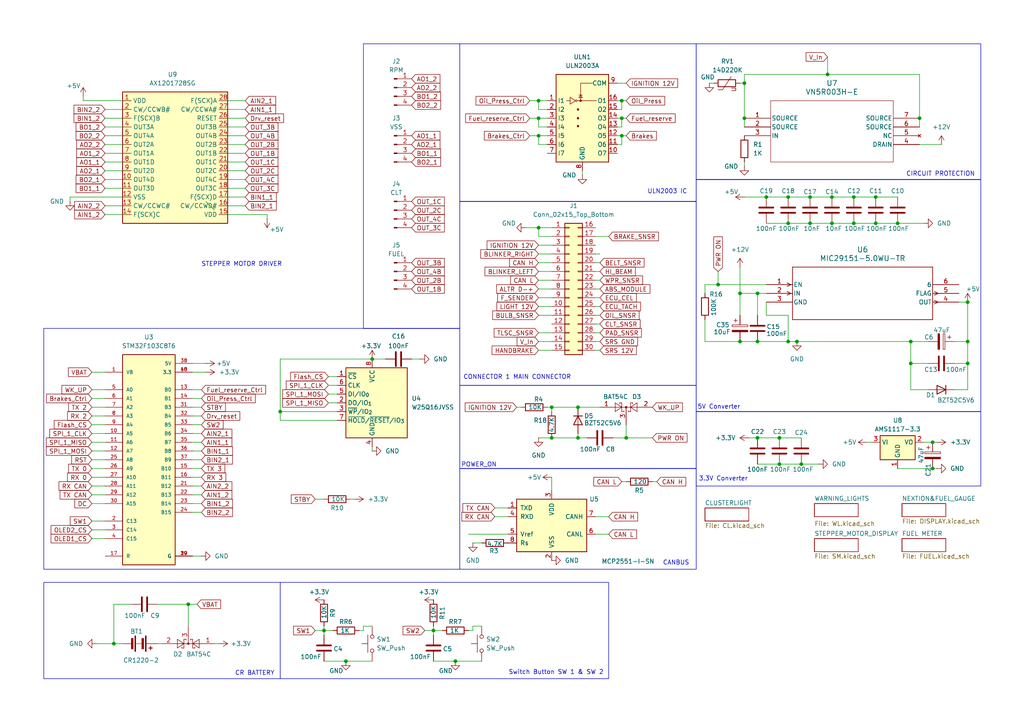
<source format=kicad_sch>
(kicad_sch (version 20250114) (generator "eeschema") (generator_version "9.0")
  (paper "A4")
  (title_block (title "CAN GAUGE_E12 BASE") (date "2025-07-25") (rev "1.0") (company "G"))
  (lib_symbols
    (symbol "2025-07-25_08-35-09:VN5R003H-E" (pin_names (offset 0.254))
      (property "Reference" "U" (at 25.4 10.16 0))
      (property "Value" "VN5R003H-E" (at 25.4 7.62 0))
      (symbol "VN5R003H-E_0_1"
        (pin unspecified line (at 0 0 0) (length 7.62) (name "SOURCE") (number "1"))
        (pin unspecified line (at 0 -2.54 0) (length 7.62) (name "SOURCE") (number "2"))
        (pin input line (at 0 -5.08 0) (length 7.62) (name "IN") (number "3"))
        (pin unspecified line (at 50.8 0 180) (length 7.62) (name "SOURCE") (number "7"))
        (pin unspecified line (at 50.8 -2.54 180) (length 7.62) (name "SOURCE") (number "6"))
        (pin no_connect line (at 50.8 -5.08 180) (length 7.62) (name "NC") (number "5"))
        (pin unspecified line (at 50.8 -7.62 180) (length 7.62) (name "DRAIN") (number "4"))
      )
    )
    (symbol "2025-07-25_08-40-03:MIC29151-5.0WU-TR" (pin_names (offset 0.254))
      (property "Reference" "U" (at 27.94 10.16 0))
      (property "Value" "MIC29151-5.0WU-TR" (at 27.94 7.62 0))
      (symbol "MIC29151-5.0WU-TR_0_1"
        (pin input line (at 0 0 0) (length 7.62) (name "EN") (number "1"))
        (pin input line (at 0 -2.54 0) (length 7.62) (name "IN") (number "2"))
        (pin power_in line (at 0 -5.08 0) (length 7.62) (name "GND") (number "3"))
        (pin unspecified line (at 55.88 0 180) (length 7.62) (name "6") (number "6"))
        (pin output line (at 55.88 -2.54 180) (length 7.62) (name "FLAG") (number "5"))
        (pin output line (at 55.88 -5.08 180) (length 7.62) (name "OUT") (number "4"))
      )
    )
    (symbol "AX1201728SG:AX1201728SG"
      (property "Reference" "U9" (at -3.302 27.94 0))
      (property "Value" "AX1201728SG" (at -3.302 25.4 0))
      (symbol "AX1201728SG_1_1"
        (pin power_in line (at -17.78 20.32 0) (length 2.54) (name "VDD") (number "1"))
        (pin bidirectional line (at -17.78 17.78 0) (length 2.54) (name "CW/CCWB#") (number "2"))
        (pin bidirectional line (at -17.78 15.24 0) (length 2.54) (name "F(SCX)B") (number "3"))
        (pin bidirectional line (at -17.78 12.7 0) (length 2.54) (name "OUT3A") (number "4"))
        (pin bidirectional line (at -17.78 10.16 0) (length 2.54) (name "OUT4A") (number "5"))
        (pin bidirectional line (at -17.78 7.62 0) (length 2.54) (name "OUT2A") (number "6"))
        (pin bidirectional line (at -17.78 5.08 0) (length 2.54) (name "OUT1A") (number "7"))
        (pin bidirectional line (at -17.78 2.54 0) (length 2.54) (name "OUT1D") (number "8"))
        (pin bidirectional line (at -17.78 0 0) (length 2.54) (name "OUT2D") (number "9"))
        (pin bidirectional line (at -17.78 -2.54 0) (length 2.54) (name "OUT4D") (number "10"))
        (pin bidirectional line (at -17.78 -5.08 0) (length 2.54) (name "OUT3D") (number "11"))
        (pin input line (at -17.78 -7.62 0) (length 2.54) (name "VSS") (number "12"))
        (pin bidirectional line (at -17.78 -10.16 0) (length 2.54) (name "CW/CCWC#") (number "13"))
        (pin bidirectional line (at -17.78 -12.7 0) (length 2.54) (name "F(SCX)C") (number "14"))
        (pin bidirectional line (at 12.7 20.32 180) (length 2.54) (name "F(SCX)A") (number "28"))
        (pin bidirectional line (at 12.7 17.78 180) (length 2.54) (name "CW/CCWA#") (number "27"))
        (pin bidirectional line (at 12.7 15.24 180) (length 2.54) (name "RESET") (number "26"))
        (pin bidirectional line (at 12.7 12.7 180) (length 2.54) (name "OUT3B") (number "25"))
        (pin bidirectional line (at 12.7 10.16 180) (length 2.54) (name "OUT4B") (number "24"))
        (pin bidirectional line (at 12.7 7.62 180) (length 2.54) (name "OUT2B") (number "23"))
        (pin bidirectional line (at 12.7 5.08 180) (length 2.54) (name "OUT1B") (number "22"))
        (pin bidirectional line (at 12.7 2.54 180) (length 2.54) (name "OUT1C") (number "21"))
        (pin bidirectional line (at 12.7 0 180) (length 2.54) (name "OUT2C") (number "20"))
        (pin bidirectional line (at 12.7 -2.54 180) (length 2.54) (name "OUT4C") (number "19"))
        (pin bidirectional line (at 12.7 -5.08 180) (length 2.54) (name "OUT3C") (number "18"))
        (pin bidirectional line (at 12.7 -7.62 180) (length 2.54) (name "F(SCX)D") (number "17"))
        (pin bidirectional line (at 12.7 -10.16 180) (length 2.54) (name "CW/CCWD#") (number "16"))
        (pin power_in line (at 12.7 -12.7 180) (length 2.54) (name "VDD") (number "15"))
      )
    )
    (symbol "Connector:Conn_01x04_Pin" (pin_names (offset 1.016) (hide yes))
      (property "Reference" "J" (at 0 5.08 0))
      (property "Value" "Conn_01x04_Pin" (at 0 -7.62 0))
      (symbol "Conn_01x04_Pin_1_1"
        (pin passive line (at 5.08 2.54 180) (length 3.81) (name "Pin_1") (number "1"))
        (pin passive line (at 5.08 0 180) (length 3.81) (name "Pin_2") (number "2"))
        (pin passive line (at 5.08 -2.54 180) (length 3.81) (name "Pin_3") (number "3"))
        (pin passive line (at 5.08 -5.08 180) (length 3.81) (name "Pin_4") (number "4"))
      )
    )
    (symbol "Connector_Generic:Conn_02x15_Top_Bottom" (pin_names (offset 1.016) (hide yes))
      (property "Reference" "J" (at 1.27 20.32 0))
      (property "Value" "Conn_02x15_Top_Bottom" (at 1.27 -20.32 0))
      (symbol "Conn_02x15_Top_Bottom_1_1"
        (pin passive line (at -5.08 17.78 0) (length 3.81) (name "Pin_1") (number "1"))
        (pin passive line (at -5.08 15.24 0) (length 3.81) (name "Pin_2") (number "2"))
        (pin passive line (at -5.08 12.7 0) (length 3.81) (name "Pin_3") (number "3"))
        (pin passive line (at -5.08 10.16 0) (length 3.81) (name "Pin_4") (number "4"))
        (pin passive line (at -5.08 7.62 0) (length 3.81) (name "Pin_5") (number "5"))
        (pin passive line (at -5.08 5.08 0) (length 3.81) (name "Pin_6") (number "6"))
        (pin passive line (at -5.08 2.54 0) (length 3.81) (name "Pin_7") (number "7"))
        (pin passive line (at -5.08 0 0) (length 3.81) (name "Pin_8") (number "8"))
        (pin passive line (at -5.08 -2.54 0) (length 3.81) (name "Pin_9") (number "9"))
        (pin passive line (at -5.08 -5.08 0) (length 3.81) (name "Pin_10") (number "10"))
        (pin passive line (at -5.08 -7.62 0) (length 3.81) (name "Pin_11") (number "11"))
        (pin passive line (at -5.08 -10.16 0) (length 3.81) (name "Pin_12") (number "12"))
        (pin passive line (at -5.08 -12.7 0) (length 3.81) (name "Pin_13") (number "13"))
        (pin passive line (at -5.08 -15.24 0) (length 3.81) (name "Pin_14") (number "14"))
        (pin passive line (at -5.08 -17.78 0) (length 3.81) (name "Pin_15") (number "15"))
        (pin passive line (at 7.62 17.78 180) (length 3.81) (name "Pin_16") (number "16"))
        (pin passive line (at 7.62 15.24 180) (length 3.81) (name "Pin_17") (number "17"))
        (pin passive line (at 7.62 12.7 180) (length 3.81) (name "Pin_18") (number "18"))
        (pin passive line (at 7.62 10.16 180) (length 3.81) (name "Pin_19") (number "19"))
        (pin passive line (at 7.62 7.62 180) (length 3.81) (name "Pin_20") (number "20"))
        (pin passive line (at 7.62 5.08 180) (length 3.81) (name "Pin_21") (number "21"))
        (pin passive line (at 7.62 2.54 180) (length 3.81) (name "Pin_22") (number "22"))
        (pin passive line (at 7.62 0 180) (length 3.81) (name "Pin_23") (number "23"))
        (pin passive line (at 7.62 -2.54 180) (length 3.81) (name "Pin_24") (number "24"))
        (pin passive line (at 7.62 -5.08 180) (length 3.81) (name "Pin_25") (number "25"))
        (pin passive line (at 7.62 -7.62 180) (length 3.81) (name "Pin_26") (number "26"))
        (pin passive line (at 7.62 -10.16 180) (length 3.81) (name "Pin_27") (number "27"))
        (pin passive line (at 7.62 -12.7 180) (length 3.81) (name "Pin_28") (number "28"))
        (pin passive line (at 7.62 -15.24 180) (length 3.81) (name "Pin_29") (number "29"))
        (pin passive line (at 7.62 -17.78 180) (length 3.81) (name "Pin_30") (number "30"))
      )
    )
    (symbol "Device:Battery" (pin_numbers (hide yes)) (pin_names (offset 0) (hide yes))
      (property "Reference" "BT" (at 2.54 2.54 0))
      (property "Value" "Battery" (at 2.54 0 0))
      (symbol "Battery_1_1"
        (pin passive line (at 0 5.08 270) (length 2.54) (name "+") (number "1"))
        (pin passive line (at 0 -5.08 90) (length 2.54) (name "-") (number "2"))
      )
    )
    (symbol "Device:C" (pin_numbers (hide yes)) (pin_names (offset 0.254))
      (property "Reference" "C" (at 0.635 2.54 0))
      (property "Value" "C" (at 0.635 -2.54 0))
      (symbol "C_1_1"
        (pin passive line (at 0 3.81 270) (length 2.794) (name "~") (number "1"))
        (pin passive line (at 0 -3.81 90) (length 2.794) (name "~") (number "2"))
      )
    )
    (symbol "Device:C_Polarized" (pin_numbers (hide yes)) (pin_names (offset 0.254))
      (property "Reference" "C" (at 0.635 2.54 0))
      (property "Value" "C_Polarized" (at 0.635 -2.54 0))
      (symbol "C_Polarized_1_1"
        (pin passive line (at 0 3.81 270) (length 2.794) (name "~") (number "1"))
        (pin passive line (at 0 -3.81 90) (length 2.794) (name "~") (number "2"))
      )
    )
    (symbol "Device:D" (pin_numbers (hide yes)) (pin_names (offset 1.016) (hide yes))
      (property "Reference" "D" (at 0 2.54 0))
      (property "Value" "D" (at 0 -2.54 0))
      (symbol "D_1_1"
        (pin passive line (at -3.81 0 0) (length 2.54) (name "K") (number "1"))
        (pin passive line (at 3.81 0 180) (length 2.54) (name "A") (number "2"))
      )
    )
    (symbol "Device:R" (pin_numbers (hide yes)) (pin_names (offset 0))
      (property "Reference" "R" (at 2.032 0 90))
      (property "Value" "R" (at 0 0 90))
      (symbol "R_1_1"
        (pin passive line (at 0 3.81 270) (length 1.27) (name "~") (number "1"))
        (pin passive line (at 0 -3.81 90) (length 1.27) (name "~") (number "2"))
      )
    )
    (symbol "Device:Varistor" (pin_numbers (hide yes)) (pin_names (offset 0))
      (property "Reference" "RV" (at 3.175 0 90))
      (property "Value" "Varistor" (at -3.175 0 90))
      (symbol "Varistor_0_0"
        (text "U" (at -1.778 -2.032 0) (effects (font (size 1.27 1.27))))
      )
      (symbol "Varistor_1_1"
        (pin passive line (at 0 3.81 270) (length 1.27) (name "~") (number "1"))
        (pin passive line (at 0 -3.81 90) (length 1.27) (name "~") (number "2"))
      )
    )
    (symbol "Diode:BAT54C" (pin_names (offset 1.016))
      (property "Reference" "D" (at 0.635 -3.81 0))
      (property "Value" "BAT54C" (at -6.35 3.175 0))
      (symbol "BAT54C_1_1"
        (pin passive line (at -7.62 0 0) (length 3.81) (name "~") (number "1"))
        (pin passive line (at 0 -5.08 90) (length 5.08) (name "~") (number "3"))
        (pin passive line (at 7.62 0 180) (length 3.81) (name "~") (number "2"))
      )
    )
    (symbol "Interface_CAN_LIN:MCP2551-I-SN" (pin_names (offset 1.016))
      (property "Reference" "U" (at -10.16 8.89 0))
      (property "Value" "MCP2551-I-SN" (at 2.54 8.89 0))
      (symbol "MCP2551-I-SN_1_1"
        (pin input line (at -12.7 5.08 0) (length 2.54) (name "TXD") (number "1"))
        (pin output line (at -12.7 2.54 0) (length 2.54) (name "RXD") (number "4"))
        (pin power_out line (at -12.7 -2.54 0) (length 2.54) (name "Vref") (number "5"))
        (pin input line (at -12.7 -5.08 0) (length 2.54) (name "Rs") (number "8"))
        (pin power_in line (at 0 10.16 270) (length 2.54) (name "VDD") (number "3"))
        (pin power_in line (at 0 -10.16 90) (length 2.54) (name "VSS") (number "2"))
        (pin bidirectional line (at 12.7 2.54 180) (length 2.54) (name "CANH") (number "7"))
        (pin bidirectional line (at 12.7 -2.54 180) (length 2.54) (name "CANL") (number "6"))
      )
    )
    (symbol "Memory_Flash:W25Q16JVSS"
      (property "Reference" "U" (at -6.35 11.43 0))
      (property "Value" "W25Q16JVSS" (at 7.62 11.43 0))
      (symbol "W25Q16JVSS_1_1"
        (pin input line (at -10.16 7.62 0) (length 2.54) (name "~{CS}") (number "1"))
        (pin input line (at -10.16 5.08 0) (length 2.54) (name "CLK") (number "6"))
        (pin bidirectional line (at -10.16 2.54 0) (length 2.54) (name "DI/IO_{0}") (number "5"))
        (pin bidirectional line (at -10.16 0 0) (length 2.54) (name "DO/IO_{1}") (number "2"))
        (pin bidirectional line (at -10.16 -2.54 0) (length 2.54) (name "~{WP}/IO_{2}") (number "3"))
        (pin bidirectional line (at -10.16 -5.08 0) (length 2.54) (name "~{HOLD}/~{RESET}/IO_{3}") (number "7"))
        (pin power_in line (at 0 12.7 270) (length 2.54) (name "VCC") (number "8"))
        (pin power_in line (at 0 -12.7 90) (length 2.54) (name "GND") (number "4"))
      )
    )
    (symbol "Regulator_Linear:AMS1117-3.3"
      (property "Reference" "U" (at -3.81 3.175 0))
      (property "Value" "AMS1117-3.3" (at 0 3.175 0))
      (symbol "AMS1117-3.3_1_1"
        (pin power_in line (at -7.62 0 0) (length 2.54) (name "VI") (number "3"))
        (pin power_in line (at 0 -7.62 90) (length 2.54) (name "GND") (number "1"))
        (pin power_out line (at 7.62 0 180) (length 2.54) (name "VO") (number "2"))
      )
    )
    (symbol "Switch:SW_Push" (pin_numbers (hide yes)) (pin_names (offset 1.016) (hide yes))
      (property "Reference" "SW" (at 1.27 2.54 0))
      (property "Value" "SW_Push" (at 0 -1.524 0))
      (symbol "SW_Push_0_1"
        (pin passive line (at -5.08 0 0) (length 2.54) (name "1") (number "1"))
        (pin passive line (at 5.08 0 180) (length 2.54) (name "2") (number "2"))
      )
    )
    (symbol "Transistor_Array:ULN2003A"
      (property "Reference" "U" (at 0 15.875 0))
      (property "Value" "ULN2003A" (at 0 13.97 0))
      (symbol "ULN2003A_1_1"
        (pin input line (at -10.16 5.08 0) (length 2.54) (name "I1") (number "1"))
        (pin input line (at -10.16 2.54 0) (length 2.54) (name "I2") (number "2"))
        (pin input line (at -10.16 0 0) (length 2.54) (name "I3") (number "3"))
        (pin input line (at -10.16 -2.54 0) (length 2.54) (name "I4") (number "4"))
        (pin input line (at -10.16 -5.08 0) (length 2.54) (name "I5") (number "5"))
        (pin input line (at -10.16 -7.62 0) (length 2.54) (name "I6") (number "6"))
        (pin input line (at -10.16 -10.16 0) (length 2.54) (name "I7") (number "7"))
        (pin power_in line (at 0 -15.24 90) (length 2.54) (name "GND") (number "8"))
        (pin passive line (at 10.16 10.16 180) (length 2.54) (name "COM") (number "9"))
        (pin open_collector line (at 10.16 5.08 180) (length 2.54) (name "O1") (number "16"))
        (pin open_collector line (at 10.16 2.54 180) (length 2.54) (name "O2") (number "15"))
        (pin open_collector line (at 10.16 0 180) (length 2.54) (name "O3") (number "14"))
        (pin open_collector line (at 10.16 -2.54 180) (length 2.54) (name "O4") (number "13"))
        (pin open_collector line (at 10.16 -5.08 180) (length 2.54) (name "O5") (number "12"))
        (pin open_collector line (at 10.16 -7.62 180) (length 2.54) (name "O6") (number "11"))
        (pin open_collector line (at 10.16 -10.16 180) (length 2.54) (name "O7") (number "10"))
      )
    )
    (symbol "ZC323000:ZC323000" (pin_names (offset 1.016))
      (property "Reference" "U" (at -7.62 31.75 0))
      (property "Value" "ZC323000" (at -7.62 -31.75 0))
      (symbol "ZC323000_0_0"
        (pin bidirectional line (at -12.7 25.4 0) (length 5.08) (name "VB") (number "1"))
        (pin bidirectional line (at -12.7 20.32 0) (length 5.08) (name "A0") (number "5"))
        (pin bidirectional line (at -12.7 17.78 0) (length 5.08) (name "A1") (number "6"))
        (pin bidirectional line (at -12.7 15.24 0) (length 5.08) (name "A2") (number "7"))
        (pin bidirectional line (at -12.7 12.7 0) (length 5.08) (name "A3") (number "8"))
        (pin bidirectional line (at -12.7 10.16 0) (length 5.08) (name "A4") (number "9"))
        (pin bidirectional line (at -12.7 7.62 0) (length 5.08) (name "A5") (number "10"))
        (pin bidirectional line (at -12.7 5.08 0) (length 5.08) (name "A6") (number "11"))
        (pin bidirectional line (at -12.7 2.54 0) (length 5.08) (name "A7") (number "12"))
        (pin bidirectional line (at -12.7 0 0) (length 5.08) (name "A8") (number "25"))
        (pin bidirectional line (at -12.7 -2.54 0) (length 5.08) (name "A9") (number "26"))
        (pin bidirectional line (at -12.7 -5.08 0) (length 5.08) (name "A10") (number "27"))
        (pin bidirectional line (at -12.7 -7.62 0) (length 5.08) (name "A11") (number "28"))
        (pin bidirectional line (at -12.7 -10.16 0) (length 5.08) (name "A12") (number "29"))
        (pin bidirectional line (at -12.7 -12.7 0) (length 5.08) (name "A15") (number "30"))
        (pin bidirectional line (at -12.7 -17.78 0) (length 5.08) (name "C13") (number "2"))
        (pin bidirectional line (at -12.7 -20.32 0) (length 5.08) (name "C14") (number "3"))
        (pin bidirectional line (at -12.7 -22.86 0) (length 5.08) (name "C15") (number "4"))
        (pin bidirectional line (at -12.7 -27.94 0) (length 5.08) (name "R") (number "17"))
        (pin power_in line (at 12.7 27.94 180) (length 5.08) (name "5V") (number "38"))
        (pin power_in line (at 12.7 25.4 180) (length 5.08) (name "3.3") (number "18"))
        (pin power_in line (at 12.7 25.4 180) (length 5.08) (name "3.3") (number "40"))
        (pin bidirectional line (at 12.7 20.32 180) (length 5.08) (name "B0") (number "13"))
        (pin bidirectional line (at 12.7 17.78 180) (length 5.08) (name "B1") (number "14"))
        (pin bidirectional line (at 12.7 15.24 180) (length 5.08) (name "B3") (number "31"))
        (pin bidirectional line (at 12.7 12.7 180) (length 5.08) (name "B4") (number "32"))
        (pin bidirectional line (at 12.7 10.16 180) (length 5.08) (name "B5") (number "33"))
        (pin bidirectional line (at 12.7 7.62 180) (length 5.08) (name "B6") (number "34"))
        (pin bidirectional line (at 12.7 5.08 180) (length 5.08) (name "B7") (number "35"))
        (pin bidirectional line (at 12.7 2.54 180) (length 5.08) (name "B8") (number "36"))
        (pin bidirectional line (at 12.7 0 180) (length 5.08) (name "B9") (number "37"))
        (pin bidirectional line (at 12.7 -2.54 180) (length 5.08) (name "B10") (number "15"))
        (pin bidirectional line (at 12.7 -5.08 180) (length 5.08) (name "B11") (number "16"))
        (pin bidirectional line (at 12.7 -7.62 180) (length 5.08) (name "B12") (number "21"))
        (pin bidirectional line (at 12.7 -10.16 180) (length 5.08) (name "B13") (number "22"))
        (pin bidirectional line (at 12.7 -12.7 180) (length 5.08) (name "B14") (number "23"))
        (pin bidirectional line (at 12.7 -15.24 180) (length 5.08) (name "B15") (number "24"))
        (pin power_in line (at 12.7 -27.94 180) (length 5.08) (name "G") (number "19"))
        (pin power_in line (at 12.7 -27.94 180) (length 5.08) (name "G") (number "20"))
        (pin power_in line (at 12.7 -27.94 180) (length 5.08) (name "G") (number "39"))
      )
    )
    (symbol "power:+12V" (power) (pin_numbers (hide yes)) (pin_names (offset 0) (hide yes))
      (property "Value" "+12V" (at 0 3.556 0))
      (symbol "+12V_1_1"
        (pin power_in line (at 0 0 90) (length 0) (name "~") (number "1"))
      )
    )
    (symbol "power:+3.3V" (power) (pin_numbers (hide yes)) (pin_names (offset 0) (hide yes))
      (property "Value" "+3.3V" (at 0 3.556 0))
      (symbol "+3.3V_1_1"
        (pin power_in line (at 0 0 90) (length 0) (name "~") (number "1"))
      )
    )
    (symbol "power:+5V" (power) (pin_numbers (hide yes)) (pin_names (offset 0) (hide yes))
      (property "Value" "+5V" (at 0 3.556 0))
      (symbol "+5V_1_1"
        (pin power_in line (at 0 0 90) (length 0) (name "~") (number "1"))
      )
    )
    (symbol "power:GND" (power) (pin_numbers (hide yes)) (pin_names (offset 0) (hide yes))
      (property "Value" "GND" (at 0 -3.81 0))
      (symbol "GND_1_1"
        (pin power_in line (at 0 0 270) (length 0) (name "~") (number "1"))
      )
    )
  )
  (rectangle (start 133.35 58.42) (end 201.93 111.76))
  (rectangle (start 12.7 168.91) (end 81.28 196.85))
  (rectangle (start 133.35 135.89) (end 201.93 165.1))
  (rectangle (start 201.93 119.38) (end 284.48 140.97))
  (rectangle (start 12.7 95.25) (end 133.35 165.1))
  (rectangle (start 201.93 52.07) (end 284.48 119.38))
  (rectangle (start 133.35 111.76) (end 201.93 135.89))
  (rectangle (start 201.93 12.7) (end 284.48 52.07))
  (rectangle (start 105.41 12.7) (end 133.35 95.25))
  (rectangle (start 81.28 168.91) (end 176.53 196.85))
  (rectangle (start 133.35 12.7) (end 201.93 58.42))
  (text "ULN2003 IC\n" (at 193.548 55.626 0) (effects (font (size 1.27 1.27))))
  (text "CONNECTOR 1 MAIN CONNECTOR\n" (at 134.366 109.474 0) (effects (font (size 1.27 1.27)) (justify left)))
  (text "POWER_ON" (at 138.938 134.874 0) (effects (font (size 1.27 1.27))))
  (text "CR BATTERY" (at 73.914 195.326 0) (effects (font (size 1.27 1.27))))
  (text "3.3V Converter" (at 209.804 138.938 0) (effects (font (size 1.27 1.27))))
  (text "CANBUS\n" (at 196.088 163.322 0) (effects (font (size 1.27 1.27))))
  (text "CIRCUIT PROTECTION\n" (at 272.796 50.546 0) (effects (font (size 1.27 1.27))))
  (text "Switch Button SW 1 & SW 2" (at 161.29 195.072 0) (effects (font (size 1.27 1.27))))
  (text "STEPPER MOTOR DRIVER\n" (at 70.104 76.708 0) (effects (font (size 1.27 1.27))))
  (text "5V Converter" (at 208.534 118.11 0) (effects (font (size 1.27 1.27))))
  (junction (at 254 57.15))
  (junction (at 132.08 191.77))
  (junction (at 232.41 134.62))
  (junction (at 264.16 105.41))
  (junction (at 247.65 57.15))
  (junction (at 270.51 135.89))
  (junction (at 100.33 191.77))
  (junction (at 266.7 34.29))
  (junction (at 241.3 57.15))
  (junction (at 234.95 57.15))
  (junction (at 156.21 29.21))
  (junction (at 231.14 99.06))
  (junction (at 125.73 182.88))
  (junction (at 93.98 182.88))
  (junction (at 156.21 34.29))
  (junction (at 254 64.77))
  (junction (at 240.03 21.59))
  (junction (at 81.28 119.38))
  (junction (at 215.9 24.13))
  (junction (at 215.9 34.29))
  (junction (at 226.06 134.62))
  (junction (at 264.16 99.06))
  (junction (at 280.67 87.63))
  (junction (at 219.71 85.09))
  (junction (at 180.34 39.37))
  (junction (at 160.02 118.11))
  (junction (at 208.28 82.55))
  (junction (at 219.71 99.06))
  (junction (at 167.64 118.11))
  (junction (at 219.71 127))
  (junction (at 280.67 105.41))
  (junction (at 280.67 99.06))
  (junction (at 234.95 64.77))
  (junction (at 214.63 85.09))
  (junction (at 214.63 99.06))
  (junction (at 260.35 64.77))
  (junction (at 181.61 127))
  (junction (at 228.6 99.06))
  (junction (at 167.64 127))
  (junction (at 228.6 64.77))
  (junction (at 107.95 104.14))
  (junction (at 156.21 66.04))
  (junction (at 160.02 127))
  (junction (at 180.34 34.29))
  (junction (at 247.65 64.77))
  (junction (at 228.6 57.15))
  (junction (at 270.51 128.27))
  (junction (at 222.25 57.15))
  (junction (at 33.02 186.69))
  (junction (at 180.34 29.21))
  (junction (at 156.21 39.37))
  (junction (at 54.61 175.26))
  (junction (at 241.3 64.77))
  (junction (at 226.06 127))
  (bus_entry (at 59.69 58.42) (size 2.54 2.54))
  (wire (pts (xy 30.48 62.23) (xy 35.56 62.23)))
  (wire (pts (xy 71.12 34.29) (xy 66.04 34.29)))
  (wire (pts (xy 55.88 143.51) (xy 58.42 143.51)))
  (wire (pts (xy 62.23 186.69) (xy 63.5 186.69)))
  (wire (pts (xy 137.16 181.61) (xy 137.16 182.88)))
  (wire (pts (xy 26.67 123.19) (xy 30.48 123.19)))
  (wire (pts (xy 149.86 118.11) (xy 151.13 118.11)))
  (wire (pts (xy 181.61 39.37) (xy 180.34 39.37)))
  (wire (pts (xy 26.67 130.81) (xy 30.48 130.81)))
  (wire (pts (xy 173.99 93.98) (xy 172.72 93.98)))
  (wire (pts (xy 266.7 41.91) (xy 273.05 41.91)))
  (wire (pts (xy 156.21 34.29) (xy 156.21 36.83)))
  (wire (pts (xy 26.67 146.05) (xy 30.48 146.05)))
  (wire (pts (xy 208.28 82.55) (xy 204.47 82.55)))
  (wire (pts (xy 55.88 113.03) (xy 58.42 113.03)))
  (wire (pts (xy 240.03 21.59) (xy 266.7 21.59)))
  (wire (pts (xy 217.17 127) (xy 219.71 127)))
  (wire (pts (xy 173.99 99.06) (xy 172.72 99.06)))
  (wire (pts (xy 71.12 36.83) (xy 66.04 36.83)))
  (wire (pts (xy 71.12 29.21) (xy 66.04 29.21)))
  (wire (pts (xy 264.16 105.41) (xy 264.16 99.06)))
  (wire (pts (xy 137.16 181.61) (xy 139.7 181.61)))
  (wire (pts (xy 260.35 64.77) (xy 267.97 64.77)))
  (wire (pts (xy 93.98 182.88) (xy 93.98 184.15)))
  (wire (pts (xy 55.88 133.35) (xy 58.42 133.35)))
  (wire (pts (xy 180.34 29.21) (xy 179.07 29.21)))
  (wire (pts (xy 179.07 36.83) (xy 180.34 36.83)))
  (wire (pts (xy 55.88 140.97) (xy 58.42 140.97)))
  (wire (pts (xy 266.7 34.29) (xy 266.7 36.83)))
  (wire (pts (xy 156.21 41.91) (xy 158.75 41.91)))
  (wire (pts (xy 222.25 91.44) (xy 228.6 91.44)))
  (wire (pts (xy 143.51 149.86) (xy 147.32 149.86)))
  (wire (pts (xy 228.6 57.15) (xy 234.95 57.15)))
  (wire (pts (xy 173.99 88.9) (xy 172.72 88.9)))
  (wire (pts (xy 24.13 27.94) (xy 24.13 29.21)))
  (wire (pts (xy 267.97 128.27) (xy 270.51 128.27)))
  (wire (pts (xy 26.67 113.03) (xy 30.48 113.03)))
  (wire (pts (xy 181.61 127) (xy 181.61 123.19)))
  (wire (pts (xy 125.73 182.88) (xy 128.27 182.88)))
  (wire (pts (xy 156.21 81.28) (xy 160.02 81.28)))
  (wire (pts (xy 160.02 118.11) (xy 160.02 119.38)))
  (wire (pts (xy 266.7 21.59) (xy 266.7 34.29)))
  (wire (pts (xy 204.47 82.55) (xy 204.47 85.09)))
  (wire (pts (xy 105.41 181.61) (xy 105.41 182.88)))
  (wire (pts (xy 156.21 39.37) (xy 158.75 39.37)))
  (wire (pts (xy 26.67 156.21) (xy 30.48 156.21)))
  (wire (pts (xy 215.9 24.13) (xy 215.9 21.59)))
  (wire (pts (xy 26.67 118.11) (xy 30.48 118.11)))
  (wire (pts (xy 160.02 127) (xy 167.64 127)))
  (wire (pts (xy 156.21 29.21) (xy 156.21 31.75)))
  (wire (pts (xy 260.35 135.89) (xy 270.51 135.89)))
  (wire (pts (xy 222.25 57.15) (xy 228.6 57.15)))
  (wire (pts (xy 135.89 154.94) (xy 147.32 154.94)))
  (wire (pts (xy 156.21 78.74) (xy 160.02 78.74)))
  (wire (pts (xy 172.72 149.86) (xy 176.53 149.86)))
  (wire (pts (xy 270.51 128.27) (xy 271.78 128.27)))
  (wire (pts (xy 95.25 111.76) (xy 97.79 111.76)))
  (wire (pts (xy 173.99 96.52) (xy 172.72 96.52)))
  (wire (pts (xy 156.21 91.44) (xy 160.02 91.44)))
  (wire (pts (xy 55.88 138.43) (xy 58.42 138.43)))
  (wire (pts (xy 156.21 71.12) (xy 160.02 71.12)))
  (wire (pts (xy 55.88 115.57) (xy 58.42 115.57)))
  (wire (pts (xy 167.64 127) (xy 170.18 127)))
  (wire (pts (xy 26.67 153.67) (xy 30.48 153.67)))
  (wire (pts (xy 269.24 113.03) (xy 264.16 113.03)))
  (wire (pts (xy 156.21 73.66) (xy 160.02 73.66)))
  (wire (pts (xy 222.25 64.77) (xy 228.6 64.77)))
  (wire (pts (xy 93.98 182.88) (xy 96.52 182.88)))
  (wire (pts (xy 100.33 191.77) (xy 107.95 191.77)))
  (wire (pts (xy 156.21 34.29) (xy 158.75 34.29)))
  (wire (pts (xy 55.88 120.65) (xy 58.42 120.65)))
  (wire (pts (xy 153.67 34.29) (xy 156.21 34.29)))
  (wire (pts (xy 125.73 182.88) (xy 125.73 184.15)))
  (wire (pts (xy 97.79 121.92) (xy 81.28 121.92)))
  (wire (pts (xy 231.14 99.06) (xy 264.16 99.06)))
  (wire (pts (xy 158.75 118.11) (xy 160.02 118.11)))
  (wire (pts (xy 181.61 34.29) (xy 180.34 34.29)))
  (wire (pts (xy 269.24 105.41) (xy 264.16 105.41)))
  (wire (pts (xy 30.48 54.61) (xy 35.56 54.61)))
  (wire (pts (xy 215.9 21.59) (xy 240.03 21.59)))
  (wire (pts (xy 180.34 39.37) (xy 179.07 39.37)))
  (wire (pts (xy 173.99 81.28) (xy 172.72 81.28)))
  (wire (pts (xy 45.72 175.26) (xy 54.61 175.26)))
  (wire (pts (xy 24.13 29.21) (xy 35.56 29.21)))
  (wire (pts (xy 30.48 52.07) (xy 35.56 52.07)))
  (wire (pts (xy 105.41 181.61) (xy 107.95 181.61)))
  (wire (pts (xy 215.9 36.83) (xy 215.9 34.29)))
  (wire (pts (xy 156.21 39.37) (xy 156.21 41.91)))
  (wire (pts (xy 26.67 133.35) (xy 30.48 133.35)))
  (wire (pts (xy 26.67 135.89) (xy 30.48 135.89)))
  (wire (pts (xy 30.48 39.37) (xy 35.56 39.37)))
  (wire (pts (xy 55.88 123.19) (xy 58.42 123.19)))
  (wire (pts (xy 168.91 49.53) (xy 168.91 50.8)))
  (wire (pts (xy 232.41 134.62) (xy 237.49 134.62)))
  (wire (pts (xy 240.03 16.51) (xy 240.03 21.59)))
  (wire (pts (xy 226.06 134.62) (xy 232.41 134.62)))
  (wire (pts (xy 132.08 191.77) (xy 139.7 191.77)))
  (wire (pts (xy 123.19 182.88) (xy 125.73 182.88)))
  (wire (pts (xy 180.34 39.37) (xy 180.34 41.91)))
  (wire (pts (xy 204.47 92.71) (xy 204.47 99.06)))
  (wire (pts (xy 219.71 127) (xy 226.06 127)))
  (wire (pts (xy 208.28 82.55) (xy 222.25 82.55)))
  (wire (pts (xy 179.07 41.91) (xy 180.34 41.91)))
  (wire (pts (xy 190.5 139.7) (xy 189.23 139.7)))
  (wire (pts (xy 137.16 182.88) (xy 135.89 182.88)))
  (wire (pts (xy 219.71 85.09) (xy 219.71 91.44)))
  (wire (pts (xy 33.02 186.69) (xy 35.56 186.69)))
  (wire (pts (xy 26.67 107.95) (xy 30.48 107.95)))
  (wire (pts (xy 33.02 186.69) (xy 33.02 175.26)))
  (wire (pts (xy 71.12 54.61) (xy 66.04 54.61)))
  (wire (pts (xy 26.67 120.65) (xy 30.48 120.65)))
  (wire (pts (xy 71.12 44.45) (xy 66.04 44.45)))
  (wire (pts (xy 71.12 59.69) (xy 66.04 59.69)))
  (wire (pts (xy 156.21 68.58) (xy 156.21 66.04)))
  (wire (pts (xy 222.25 87.63) (xy 222.25 91.44)))
  (wire (pts (xy 228.6 64.77) (xy 234.95 64.77)))
  (wire (pts (xy 55.88 107.95) (xy 59.69 107.95)))
  (wire (pts (xy 219.71 134.62) (xy 226.06 134.62)))
  (wire (pts (xy 222.25 85.09) (xy 219.71 85.09)))
  (wire (pts (xy 26.67 138.43) (xy 30.48 138.43)))
  (wire (pts (xy 125.73 191.77) (xy 132.08 191.77)))
  (wire (pts (xy 173.99 83.82) (xy 172.72 83.82)))
  (wire (pts (xy 55.88 125.73) (xy 58.42 125.73)))
  (wire (pts (xy 156.21 76.2) (xy 160.02 76.2)))
  (wire (pts (xy 247.65 64.77) (xy 254 64.77)))
  (wire (pts (xy 179.07 31.75) (xy 180.34 31.75)))
  (wire (pts (xy 228.6 91.44) (xy 228.6 99.06)))
  (wire (pts (xy 228.6 99.06) (xy 231.14 99.06)))
  (wire (pts (xy 173.99 91.44) (xy 172.72 91.44)))
  (wire (pts (xy 215.9 46.99) (xy 215.9 48.26)))
  (wire (pts (xy 280.67 105.41) (xy 280.67 113.03)))
  (wire (pts (xy 81.28 121.92) (xy 81.28 119.38)))
  (wire (pts (xy 20.32 57.15) (xy 20.32 58.42)))
  (wire (pts (xy 26.67 140.97) (xy 30.48 140.97)))
  (wire (pts (xy 81.28 119.38) (xy 81.28 104.14)))
  (wire (pts (xy 254 64.77) (xy 260.35 64.77)))
  (wire (pts (xy 91.44 182.88) (xy 93.98 182.88)))
  (wire (pts (xy 55.88 130.81) (xy 58.42 130.81)))
  (wire (pts (xy 173.99 86.36) (xy 172.72 86.36)))
  (wire (pts (xy 172.72 78.74) (xy 173.99 78.74)))
  (wire (pts (xy 181.61 127) (xy 189.23 127)))
  (wire (pts (xy 81.28 104.14) (xy 107.95 104.14)))
  (wire (pts (xy 143.51 147.32) (xy 147.32 147.32)))
  (wire (pts (xy 180.34 29.21) (xy 180.34 31.75)))
  (wire (pts (xy 156.21 88.9) (xy 160.02 88.9)))
  (wire (pts (xy 30.48 31.75) (xy 35.56 31.75)))
  (wire (pts (xy 280.67 113.03) (xy 276.86 113.03)))
  (wire (pts (xy 181.61 29.21) (xy 180.34 29.21)))
  (wire (pts (xy 276.86 105.41) (xy 280.67 105.41)))
  (wire (pts (xy 264.16 99.06) (xy 269.24 99.06)))
  (wire (pts (xy 105.41 182.88) (xy 104.14 182.88)))
  (wire (pts (xy 71.12 49.53) (xy 66.04 49.53)))
  (wire (pts (xy 71.12 31.75) (xy 66.04 31.75)))
  (wire (pts (xy 119.38 104.14) (xy 121.92 104.14)))
  (wire (pts (xy 55.88 105.41) (xy 59.69 105.41)))
  (wire (pts (xy 30.48 36.83) (xy 35.56 36.83)))
  (wire (pts (xy 156.21 96.52) (xy 160.02 96.52)))
  (wire (pts (xy 55.88 148.59) (xy 58.42 148.59)))
  (wire (pts (xy 91.44 144.78) (xy 93.98 144.78)))
  (wire (pts (xy 214.63 85.09) (xy 214.63 77.47)))
  (wire (pts (xy 26.67 125.73) (xy 30.48 125.73)))
  (wire (pts (xy 179.07 24.13) (xy 181.61 24.13)))
  (wire (pts (xy 71.12 39.37) (xy 66.04 39.37)))
  (wire (pts (xy 160.02 68.58) (xy 156.21 68.58)))
  (wire (pts (xy 81.28 119.38) (xy 97.79 119.38)))
  (wire (pts (xy 30.48 44.45) (xy 35.56 44.45)))
  (wire (pts (xy 153.67 39.37) (xy 156.21 39.37)))
  (wire (pts (xy 264.16 113.03) (xy 264.16 105.41)))
  (wire (pts (xy 156.21 101.6) (xy 160.02 101.6)))
  (wire (pts (xy 180.34 34.29) (xy 179.07 34.29)))
  (wire (pts (xy 77.47 62.23) (xy 77.47 63.5)))
  (wire (pts (xy 55.88 146.05) (xy 58.42 146.05)))
  (wire (pts (xy 54.61 181.61) (xy 54.61 175.26)))
  (wire (pts (xy 241.3 64.77) (xy 247.65 64.77)))
  (wire (pts (xy 280.67 99.06) (xy 280.67 105.41)))
  (wire (pts (xy 71.12 52.07) (xy 66.04 52.07)))
  (wire (pts (xy 172.72 73.66) (xy 173.99 73.66)))
  (wire (pts (xy 280.67 87.63) (xy 280.67 99.06)))
  (wire (pts (xy 33.02 175.26) (xy 38.1 175.26)))
  (wire (pts (xy 234.95 64.77) (xy 241.3 64.77)))
  (wire (pts (xy 247.65 57.15) (xy 254 57.15)))
  (wire (pts (xy 156.21 66.04) (xy 160.02 66.04)))
  (wire (pts (xy 102.87 144.78) (xy 101.6 144.78)))
  (wire (pts (xy 95.25 114.3) (xy 97.79 114.3)))
  (wire (pts (xy 228.6 99.06) (xy 219.71 99.06)))
  (wire (pts (xy 173.99 101.6) (xy 172.72 101.6)))
  (wire (pts (xy 27.94 186.69) (xy 33.02 186.69)))
  (wire (pts (xy 219.71 99.06) (xy 214.63 99.06)))
  (wire (pts (xy 156.21 36.83) (xy 158.75 36.83)))
  (wire (pts (xy 30.48 46.99) (xy 35.56 46.99)))
  (wire (pts (xy 156.21 99.06) (xy 160.02 99.06)))
  (wire (pts (xy 219.71 85.09) (xy 214.63 85.09)))
  (wire (pts (xy 71.12 57.15) (xy 66.04 57.15)))
  (wire (pts (xy 156.21 29.21) (xy 158.75 29.21)))
  (wire (pts (xy 30.48 34.29) (xy 35.56 34.29)))
  (wire (pts (xy 180.34 139.7) (xy 181.61 139.7)))
  (wire (pts (xy 241.3 57.15) (xy 247.65 57.15)))
  (wire (pts (xy 95.25 116.84) (xy 97.79 116.84)))
  (wire (pts (xy 26.67 143.51) (xy 30.48 143.51)))
  (wire (pts (xy 180.34 34.29) (xy 180.34 36.83)))
  (wire (pts (xy 205.74 24.13) (xy 207.01 24.13)))
  (wire (pts (xy 35.56 57.15) (xy 20.32 57.15)))
  (wire (pts (xy 93.98 181.61) (xy 93.98 182.88)))
  (wire (pts (xy 215.9 34.29) (xy 215.9 24.13)))
  (wire (pts (xy 26.67 151.13) (xy 30.48 151.13)))
  (wire (pts (xy 251.46 128.27) (xy 252.73 128.27)))
  (wire (pts (xy 30.48 49.53) (xy 35.56 49.53)))
  (wire (pts (xy 167.64 125.73) (xy 167.64 127)))
  (wire (pts (xy 30.48 59.69) (xy 35.56 59.69)))
  (wire (pts (xy 55.88 118.11) (xy 58.42 118.11)))
  (wire (pts (xy 55.88 128.27) (xy 58.42 128.27)))
  (wire (pts (xy 276.86 99.06) (xy 280.67 99.06)))
  (wire (pts (xy 107.95 129.54) (xy 107.95 130.81)))
  (wire (pts (xy 226.06 127) (xy 232.41 127)))
  (wire (pts (xy 125.73 181.61) (xy 125.73 182.88)))
  (wire (pts (xy 54.61 175.26) (xy 57.15 175.26)))
  (wire (pts (xy 172.72 154.94) (xy 176.53 154.94)))
  (wire (pts (xy 278.13 87.63) (xy 280.67 87.63)))
  (wire (pts (xy 234.95 57.15) (xy 241.3 57.15)))
  (wire (pts (xy 30.48 41.91) (xy 35.56 41.91)))
  (wire (pts (xy 215.9 57.15) (xy 222.25 57.15)))
  (wire (pts (xy 55.88 161.29) (xy 58.42 161.29)))
  (wire (pts (xy 156.21 86.36) (xy 160.02 86.36)))
  (wire (pts (xy 107.95 104.14) (xy 111.76 104.14)))
  (wire (pts (xy 93.98 191.77) (xy 100.33 191.77)))
  (wire (pts (xy 214.63 99.06) (xy 204.47 99.06)))
  (wire (pts (xy 156.21 31.75) (xy 158.75 31.75)))
  (wire (pts (xy 177.8 127) (xy 181.61 127)))
  (wire (pts (xy 55.88 135.89) (xy 58.42 135.89)))
  (wire (pts (xy 176.53 68.58) (xy 172.72 68.58)))
  (wire (pts (xy 167.64 118.11) (xy 173.99 118.11)))
  (wire (pts (xy 156.21 127) (xy 160.02 127)))
  (wire (pts (xy 214.63 24.13) (xy 215.9 24.13)))
  (wire (pts (xy 152.4 66.04) (xy 156.21 66.04)))
  (wire (pts (xy 160.02 118.11) (xy 167.64 118.11)))
  (wire (pts (xy 160.02 138.43) (xy 160.02 142.24)))
  (wire (pts (xy 95.25 109.22) (xy 97.79 109.22)))
  (wire (pts (xy 270.51 135.89) (xy 271.78 135.89)))
  (wire (pts (xy 71.12 46.99) (xy 66.04 46.99)))
  (wire (pts (xy 156.21 83.82) (xy 160.02 83.82)))
  (wire (pts (xy 173.99 76.2) (xy 172.72 76.2)))
  (wire (pts (xy 71.12 41.91) (xy 66.04 41.91)))
  (wire (pts (xy 208.28 78.74) (xy 208.28 82.55)))
  (wire (pts (xy 26.67 128.27) (xy 30.48 128.27)))
  (wire (pts (xy 214.63 85.09) (xy 214.63 91.44)))
  (wire (pts (xy 153.67 29.21) (xy 156.21 29.21)))
  (wire (pts (xy 137.16 157.48) (xy 139.7 157.48)))
  (wire (pts (xy 46.99 186.69) (xy 45.72 186.69)))
  (wire (pts (xy 66.04 62.23) (xy 77.47 62.23)))
  (wire (pts (xy 254 57.15) (xy 260.35 57.15)))
  (wire (pts (xy 26.67 115.57) (xy 30.48 115.57)))
  (global_label "AO1_1" (shape input) (at 119.38 39.37 0) (property "Intersheetrefs" "${INTERSHEET_REFS}" (effects (hide yes))))
  (global_label "HANDBRAKE" (shape input) (at 156.21 101.6 180) (property "Intersheetrefs" "${INTERSHEET_REFS}" (effects (hide yes))))
  (global_label "Oil_Press" (shape input) (at 181.61 29.21 0) (property "Intersheetrefs" "${INTERSHEET_REFS}" (effects (hide yes))))
  (global_label "ECU_CEL" (shape input) (at 173.99 86.36 0) (property "Intersheetrefs" "${INTERSHEET_REFS}" (effects (hide yes))))
  (global_label "SRS 12V" (shape input) (at 173.99 101.6 0) (property "Intersheetrefs" "${INTERSHEET_REFS}" (effects (hide yes))))
  (global_label "Fuel_reserve" (shape input) (at 181.61 34.29 0) (property "Intersheetrefs" "${INTERSHEET_REFS}" (effects (hide yes))))
  (global_label "ABS_MODULE" (shape input) (at 173.99 83.82 0) (property "Intersheetrefs" "${INTERSHEET_REFS}" (effects (hide yes))))
  (global_label "Fuel_reserve_Ctrl" (shape input) (at 153.67 34.29 180) (property "Intersheetrefs" "${INTERSHEET_REFS}" (effects (hide yes))))
  (global_label "IGNITION 12V" (shape input) (at 156.21 71.12 180) (property "Intersheetrefs" "${INTERSHEET_REFS}" (effects (hide yes))))
  (global_label "CAN H" (shape input) (at 176.53 149.86 0) (property "Intersheetrefs" "${INTERSHEET_REFS}" (effects (hide yes))))
  (global_label "BIN1_1" (shape input) (at 71.12 57.15 0) (property "Intersheetrefs" "${INTERSHEET_REFS}" (effects (hide yes))))
  (global_label "AIN2_1" (shape input) (at 71.12 29.21 0) (property "Intersheetrefs" "${INTERSHEET_REFS}" (effects (hide yes))))
  (global_label "OUT_1C" (shape input) (at 71.12 46.99 0) (property "Intersheetrefs" "${INTERSHEET_REFS}" (effects (hide yes))))
  (global_label "Brakes_Ctrl" (shape input) (at 26.67 115.57 180) (property "Intersheetrefs" "${INTERSHEET_REFS}" (effects (hide yes))))
  (global_label "Brakes" (shape input) (at 181.61 39.37 0) (property "Intersheetrefs" "${INTERSHEET_REFS}" (effects (hide yes))))
  (global_label "AIN1_2" (shape input) (at 30.48 62.23 180) (property "Intersheetrefs" "${INTERSHEET_REFS}" (effects (hide yes))))
  (global_label "BO2_2" (shape input) (at 119.38 30.48 0) (property "Intersheetrefs" "${INTERSHEET_REFS}" (effects (hide yes))))
  (global_label "Flash_CS" (shape input) (at 26.67 123.19 180) (property "Intersheetrefs" "${INTERSHEET_REFS}" (effects (hide yes))))
  (global_label "Brakes_Ctrl" (shape input) (at 153.67 39.37 180) (property "Intersheetrefs" "${INTERSHEET_REFS}" (effects (hide yes))))
  (global_label "Drv_reset" (shape input) (at 71.12 34.29 0) (property "Intersheetrefs" "${INTERSHEET_REFS}" (effects (hide yes))))
  (global_label "AO2_2" (shape input) (at 30.48 41.91 180) (property "Intersheetrefs" "${INTERSHEET_REFS}" (effects (hide yes))))
  (global_label "TX 0" (shape input) (at 26.67 135.89 180) (property "Intersheetrefs" "${INTERSHEET_REFS}" (effects (hide yes))))
  (global_label "RX 2" (shape input) (at 26.67 120.65 180) (property "Intersheetrefs" "${INTERSHEET_REFS}" (effects (hide yes))))
  (global_label "SPI_1_CLK" (shape input) (at 26.67 125.73 180) (property "Intersheetrefs" "${INTERSHEET_REFS}" (effects (hide yes))))
  (global_label "OUT_2B" (shape input) (at 71.12 41.91 0) (property "Intersheetrefs" "${INTERSHEET_REFS}" (effects (hide yes))))
  (global_label "BIN2_2" (shape input) (at 30.48 31.75 180) (property "Intersheetrefs" "${INTERSHEET_REFS}" (effects (hide yes))))
  (global_label "AIN2_2" (shape input) (at 30.48 59.69 180) (property "Intersheetrefs" "${INTERSHEET_REFS}" (effects (hide yes))))
  (global_label "RX 3" (shape input) (at 58.42 138.43 0) (property "Intersheetrefs" "${INTERSHEET_REFS}" (effects (hide yes))))
  (global_label "BO1_2" (shape input) (at 30.48 36.83 180) (property "Intersheetrefs" "${INTERSHEET_REFS}" (effects (hide yes))))
  (global_label "AIN2_1" (shape input) (at 58.42 125.73 0) (property "Intersheetrefs" "${INTERSHEET_REFS}" (effects (hide yes))))
  (global_label "VBAT" (shape input) (at 26.67 107.95 180) (property "Intersheetrefs" "${INTERSHEET_REFS}" (effects (hide yes))))
  (global_label "OUT_3B" (shape input) (at 71.12 36.83 0) (property "Intersheetrefs" "${INTERSHEET_REFS}" (effects (hide yes))))
  (global_label "Flash_CS" (shape input) (at 95.25 109.22 180) (property "Intersheetrefs" "${INTERSHEET_REFS}" (effects (hide yes))))
  (global_label "PAD_SNSR" (shape input) (at 173.99 96.52 0) (property "Intersheetrefs" "${INTERSHEET_REFS}" (effects (hide yes))))
  (global_label "BIN1_2" (shape input) (at 58.42 146.05 0) (property "Intersheetrefs" "${INTERSHEET_REFS}" (effects (hide yes))))
  (global_label "SW2" (shape input) (at 58.42 123.19 0) (property "Intersheetrefs" "${INTERSHEET_REFS}" (effects (hide yes))))
  (global_label "BIN2_1" (shape input) (at 71.12 59.69 0) (property "Intersheetrefs" "${INTERSHEET_REFS}" (effects (hide yes))))
  (global_label "Oil_Press_Ctrl" (shape input) (at 153.67 29.21 180) (property "Intersheetrefs" "${INTERSHEET_REFS}" (effects (hide yes))))
  (global_label "OUT_4C" (shape input) (at 71.12 52.07 0) (property "Intersheetrefs" "${INTERSHEET_REFS}" (effects (hide yes))))
  (global_label "AIN1_1" (shape input) (at 71.12 31.75 0) (property "Intersheetrefs" "${INTERSHEET_REFS}" (effects (hide yes))))
  (global_label "Oil_Press_Ctrl" (shape input) (at 58.42 115.57 0) (property "Intersheetrefs" "${INTERSHEET_REFS}" (effects (hide yes))))
  (global_label "CAN L" (shape input) (at 156.21 81.28 180) (property "Intersheetrefs" "${INTERSHEET_REFS}" (effects (hide yes))))
  (global_label "OUT_4B" (shape input) (at 119.38 78.74 0) (property "Intersheetrefs" "${INTERSHEET_REFS}" (effects (hide yes))))
  (global_label "CAN H" (shape input) (at 156.21 76.2 180) (property "Intersheetrefs" "${INTERSHEET_REFS}" (effects (hide yes))))
  (global_label "IGNITION 12V" (shape input) (at 181.61 24.13 0) (property "Intersheetrefs" "${INTERSHEET_REFS}" (effects (hide yes))))
  (global_label "BIN1_2" (shape input) (at 30.48 34.29 180) (property "Intersheetrefs" "${INTERSHEET_REFS}" (effects (hide yes))))
  (global_label "F_SENDER" (shape input) (at 156.21 86.36 180) (property "Intersheetrefs" "${INTERSHEET_REFS}" (effects (hide yes))))
  (global_label "TX CAN" (shape input) (at 143.51 147.32 180) (property "Intersheetrefs" "${INTERSHEET_REFS}" (effects (hide yes))))
  (global_label "BIN2_2" (shape input) (at 58.42 148.59 0) (property "Intersheetrefs" "${INTERSHEET_REFS}" (effects (hide yes))))
  (global_label "BELT_SNSR" (shape input) (at 173.99 76.2 0) (property "Intersheetrefs" "${INTERSHEET_REFS}" (effects (hide yes))))
  (global_label "BO1_1" (shape input) (at 30.48 54.61 180) (property "Intersheetrefs" "${INTERSHEET_REFS}" (effects (hide yes))))
  (global_label "AO2_1" (shape input) (at 119.38 41.91 0) (property "Intersheetrefs" "${INTERSHEET_REFS}" (effects (hide yes))))
  (global_label "SPI_1_CLK" (shape input) (at 95.25 111.76 180) (property "Intersheetrefs" "${INTERSHEET_REFS}" (effects (hide yes))))
  (global_label "CAN H" (shape input) (at 190.5 139.7 0) (property "Intersheetrefs" "${INTERSHEET_REFS}" (effects (hide yes))))
  (global_label "OUT_3C" (shape input) (at 119.38 66.04 0) (property "Intersheetrefs" "${INTERSHEET_REFS}" (effects (hide yes))))
  (global_label "PWR ON" (shape input) (at 189.23 127 0) (property "Intersheetrefs" "${INTERSHEET_REFS}" (effects (hide yes))))
  (global_label "OUT_3B" (shape input) (at 119.38 76.2 0) (property "Intersheetrefs" "${INTERSHEET_REFS}" (effects (hide yes))))
  (global_label "WK_UP" (shape input) (at 189.23 118.11 0) (property "Intersheetrefs" "${INTERSHEET_REFS}" (effects (hide yes))))
  (global_label "HI_BEAM" (shape input) (at 173.99 78.74 0) (property "Intersheetrefs" "${INTERSHEET_REFS}" (effects (hide yes))))
  (global_label "TX 3" (shape input) (at 58.42 135.89 0) (property "Intersheetrefs" "${INTERSHEET_REFS}" (effects (hide yes))))
  (global_label "OUT_4C" (shape input) (at 119.38 63.5 0) (property "Intersheetrefs" "${INTERSHEET_REFS}" (effects (hide yes))))
  (global_label "CAN L" (shape input) (at 180.34 139.7 180) (property "Intersheetrefs" "${INTERSHEET_REFS}" (effects (hide yes))))
  (global_label "WK_UP" (shape input) (at 26.67 113.03 180) (property "Intersheetrefs" "${INTERSHEET_REFS}" (effects (hide yes))))
  (global_label "BLINKER_RIGHT" (shape input) (at 156.21 73.66 180) (property "Intersheetrefs" "${INTERSHEET_REFS}" (effects (hide yes))))
  (global_label "BULB_SNSR" (shape input) (at 156.21 91.44 180) (property "Intersheetrefs" "${INTERSHEET_REFS}" (effects (hide yes))))
  (global_label "AO2_2" (shape input) (at 119.38 25.4 0) (property "Intersheetrefs" "${INTERSHEET_REFS}" (effects (hide yes))))
  (global_label "OLED2_CS" (shape input) (at 26.67 153.67 180) (property "Intersheetrefs" "${INTERSHEET_REFS}" (effects (hide yes))))
  (global_label "BO2_1" (shape input) (at 30.48 52.07 180) (property "Intersheetrefs" "${INTERSHEET_REFS}" (effects (hide yes))))
  (global_label "OUT_1C" (shape input) (at 119.38 58.42 0) (property "Intersheetrefs" "${INTERSHEET_REFS}" (effects (hide yes))))
  (global_label "ECU_TACH" (shape input) (at 173.99 88.9 0) (property "Intersheetrefs" "${INTERSHEET_REFS}" (effects (hide yes))))
  (global_label "AO1_1" (shape input) (at 30.48 46.99 180) (property "Intersheetrefs" "${INTERSHEET_REFS}" (effects (hide yes))))
  (global_label "SW2" (shape input) (at 123.19 182.88 180) (property "Intersheetrefs" "${INTERSHEET_REFS}" (effects (hide yes))))
  (global_label "AO1_2" (shape input) (at 119.38 22.86 0) (property "Intersheetrefs" "${INTERSHEET_REFS}" (effects (hide yes))))
  (global_label "OUT_2C" (shape input) (at 71.12 49.53 0) (property "Intersheetrefs" "${INTERSHEET_REFS}" (effects (hide yes))))
  (global_label "BRAKE_SNSR" (shape input) (at 176.53 68.58 0) (property "Intersheetrefs" "${INTERSHEET_REFS}" (effects (hide yes))))
  (global_label "AO1_2" (shape input) (at 30.48 44.45 180) (property "Intersheetrefs" "${INTERSHEET_REFS}" (effects (hide yes))))
  (global_label "VBAT" (shape input) (at 57.15 175.26 0) (property "Intersheetrefs" "${INTERSHEET_REFS}" (effects (hide yes))))
  (global_label "BO2_2" (shape input) (at 30.48 39.37 180) (property "Intersheetrefs" "${INTERSHEET_REFS}" (effects (hide yes))))
  (global_label "BO1_1" (shape input) (at 119.38 44.45 0) (property "Intersheetrefs" "${INTERSHEET_REFS}" (effects (hide yes))))
  (global_label "SW1" (shape input) (at 26.67 151.13 180) (property "Intersheetrefs" "${INTERSHEET_REFS}" (effects (hide yes))))
  (global_label "BIN1_1" (shape input) (at 58.42 130.81 0) (property "Intersheetrefs" "${INTERSHEET_REFS}" (effects (hide yes))))
  (global_label "SPI_1_MISO" (shape input) (at 26.67 128.27 180) (property "Intersheetrefs" "${INTERSHEET_REFS}" (effects (hide yes))))
  (global_label "Drv_reset" (shape input) (at 58.42 120.65 0) (property "Intersheetrefs" "${INTERSHEET_REFS}" (effects (hide yes))))
  (global_label "STBY" (shape input) (at 58.42 118.11 0) (property "Intersheetrefs" "${INTERSHEET_REFS}" (effects (hide yes))))
  (global_label "CLT_SNSR" (shape input) (at 173.99 93.98 0) (property "Intersheetrefs" "${INTERSHEET_REFS}" (effects (hide yes))))
  (global_label "SPI_1_MOSI" (shape input) (at 95.25 114.3 180) (property "Intersheetrefs" "${INTERSHEET_REFS}" (effects (hide yes))))
  (global_label "OUT_1B" (shape input) (at 119.38 83.82 0) (property "Intersheetrefs" "${INTERSHEET_REFS}" (effects (hide yes))))
  (global_label "SPI_1_MOSI" (shape input) (at 26.67 130.81 180) (property "Intersheetrefs" "${INTERSHEET_REFS}" (effects (hide yes))))
  (global_label "V_In" (shape input) (at 156.21 99.06 180) (property "Intersheetrefs" "${INTERSHEET_REFS}" (effects (hide yes))))
  (global_label "TX 2" (shape input) (at 26.67 118.11 180) (property "Intersheetrefs" "${INTERSHEET_REFS}" (effects (hide yes))))
  (global_label "Fuel_reserve_Ctrl" (shape input) (at 58.42 113.03 0) (property "Intersheetrefs" "${INTERSHEET_REFS}" (effects (hide yes))))
  (global_label "OUT_2C" (shape input) (at 119.38 60.96 0) (property "Intersheetrefs" "${INTERSHEET_REFS}" (effects (hide yes))))
  (global_label "TX CAN" (shape input) (at 26.67 143.51 180) (property "Intersheetrefs" "${INTERSHEET_REFS}" (effects (hide yes))))
  (global_label "PWR ON" (shape input) (at 208.28 78.74 90) (property "Intersheetrefs" "${INTERSHEET_REFS}" (effects (hide yes))))
  (global_label "IGNITION 12V" (shape input) (at 149.86 118.11 180) (property "Intersheetrefs" "${INTERSHEET_REFS}" (effects (hide yes))))
  (global_label "BLINKER_LEFT" (shape input) (at 156.21 78.74 180) (property "Intersheetrefs" "${INTERSHEET_REFS}" (effects (hide yes))))
  (global_label "OUT_2B" (shape input) (at 119.38 81.28 0) (property "Intersheetrefs" "${INTERSHEET_REFS}" (effects (hide yes))))
  (global_label "BO1_2" (shape input) (at 119.38 27.94 0) (property "Intersheetrefs" "${INTERSHEET_REFS}" (effects (hide yes))))
  (global_label "RX 0" (shape input) (at 26.67 138.43 180) (property "Intersheetrefs" "${INTERSHEET_REFS}" (effects (hide yes))))
  (global_label "BIN2_1" (shape input) (at 58.42 133.35 0) (property "Intersheetrefs" "${INTERSHEET_REFS}" (effects (hide yes))))
  (global_label "AIN1_1" (shape input) (at 58.42 128.27 0) (property "Intersheetrefs" "${INTERSHEET_REFS}" (effects (hide yes))))
  (global_label "V_In" (shape input) (at 240.03 16.51 180) (property "Intersheetrefs" "${INTERSHEET_REFS}" (effects (hide yes))))
  (global_label "TLSC_SNSR" (shape input) (at 156.21 96.52 180) (property "Intersheetrefs" "${INTERSHEET_REFS}" (effects (hide yes))))
  (global_label "SW1" (shape input) (at 91.44 182.88 180) (property "Intersheetrefs" "${INTERSHEET_REFS}" (effects (hide yes))))
  (global_label "CAN L" (shape input) (at 176.53 154.94 0) (property "Intersheetrefs" "${INTERSHEET_REFS}" (effects (hide yes))))
  (global_label "BO2_1" (shape input) (at 119.38 46.99 0) (property "Intersheetrefs" "${INTERSHEET_REFS}" (effects (hide yes))))
  (global_label "ALTR D-+" (shape input) (at 156.21 83.82 180) (property "Intersheetrefs" "${INTERSHEET_REFS}" (effects (hide yes))))
  (global_label "OUT_3C" (shape input) (at 71.12 54.61 0) (property "Intersheetrefs" "${INTERSHEET_REFS}" (effects (hide yes))))
  (global_label "RX CAN" (shape input) (at 26.67 140.97 180) (property "Intersheetrefs" "${INTERSHEET_REFS}" (effects (hide yes))))
  (global_label "OUT_4B" (shape input) (at 71.12 39.37 0) (property "Intersheetrefs" "${INTERSHEET_REFS}" (effects (hide yes))))
  (global_label "SPI_1_MISO" (shape input) (at 95.25 116.84 180) (property "Intersheetrefs" "${INTERSHEET_REFS}" (effects (hide yes))))
  (global_label "AIN1_2" (shape input) (at 58.42 143.51 0) (property "Intersheetrefs" "${INTERSHEET_REFS}" (effects (hide yes))))
  (global_label "SRS GND" (shape input) (at 173.99 99.06 0) (property "Intersheetrefs" "${INTERSHEET_REFS}" (effects (hide yes))))
  (global_label "STBY" (shape input) (at 91.44 144.78 180) (property "Intersheetrefs" "${INTERSHEET_REFS}" (effects (hide yes))))
  (global_label "RX CAN" (shape input) (at 143.51 149.86 180) (property "Intersheetrefs" "${INTERSHEET_REFS}" (effects (hide yes))))
  (global_label "WPR_SNSR" (shape input) (at 173.99 81.28 0) (property "Intersheetrefs" "${INTERSHEET_REFS}" (effects (hide yes))))
  (global_label "DC" (shape input) (at 26.67 146.05 180) (property "Intersheetrefs" "${INTERSHEET_REFS}" (effects (hide yes))))
  (global_label "AIN2_2" (shape input) (at 58.42 140.97 0) (property "Intersheetrefs" "${INTERSHEET_REFS}" (effects (hide yes))))
  (global_label "AO2_1" (shape input) (at 30.48 49.53 180) (property "Intersheetrefs" "${INTERSHEET_REFS}" (effects (hide yes))))
  (global_label "OIL_SNSR" (shape input) (at 173.99 91.44 0) (property "Intersheetrefs" "${INTERSHEET_REFS}" (effects (hide yes))))
  (global_label "LIGHT 12V" (shape input) (at 156.21 88.9 180) (property "Intersheetrefs" "${INTERSHEET_REFS}" (effects (hide yes))))
  (global_label "RST" (shape input) (at 26.67 133.35 180) (property "Intersheetrefs" "${INTERSHEET_REFS}" (effects (hide yes))))
  (global_label "OUT_1B" (shape input) (at 71.12 44.45 0) (property "Intersheetrefs" "${INTERSHEET_REFS}" (effects (hide yes))))
  (global_label "OLED1_CS" (shape input) (at 26.67 156.21 180) (property "Intersheetrefs" "${INTERSHEET_REFS}" (effects (hide yes))))
  (symbol (lib_id "power:+5V") (at 77.47 63.5 180) (unit 1)
    (property "Reference" "#PWR04" (effects (hide yes)))
    (property "Value" "+5V" (at 80.264 66.548 0))
    (property "Description" "Power symbol creates a global label with name \"+5V\"" (effects (hide yes)))
  )
  (symbol (lib_id "ZC323000:ZC323000") (at 43.18 133.35 0) (unit 1)
    (property "Reference" "U3" (at 43.18 97.79 0))
    (property "Value" "STM32F103C8T6" (at 43.18 100.33 0))
    (property "Footprint" "ZC323000:MODULE_ZC323000" (effects (hide yes)))
    (property "MF" "YKS" (effects (hide yes)))
    (property "MAXIMUM_PACKAGE_HEIGHT" "N/A" (effects (hide yes)))
    (property "Package" "None" (effects (hide yes)))
    (property "Price" "None" (effects (hide yes)))
    (property "Check_prices" "https://www.snapeda.com/parts/ZC323000/YKS/view-part/?ref=eda" (effects (hide yes)))
    (property "STANDARD" "Manufacturer Recommendations" (effects (hide yes)))
    (property "PARTREV" "N/A" (effects (hide yes)))
    (property "SnapEDA_Link" "https://www.snapeda.com/parts/ZC323000/YKS/view-part/?ref=snap" (effects (hide yes)))
    (property "MP" "ZC323000" (effects (hide yes)))
    (property "Description_1" "STM32F103C8T6 ARM STM32 Minimum System Development Board Module For Arduino" (effects (hide yes)))
    (property "Availability" "Not in stock" (effects (hide yes)))
    (property "MANUFACTURER" "YKS" (effects (hide yes)))
  )
  (symbol (lib_id "Connector:Conn_01x04_Pin") (at 114.3 25.4 0) (unit 1)
    (property "Reference" "J2" (at 114.935 17.78 0))
    (property "Value" "RPM" (at 114.935 20.32 0))
    (property "Footprint" "Connector_PinHeader_2.54mm:PinHeader_1x04_P2.54mm_Vertical" (effects (hide yes)))
    (property "Description" "Generic connector, single row, 01x04, script generated" (effects (hide yes)))
  )
  (symbol (lib_id "power:GND") (at 237.49 134.62 90) (unit 1)
    (property "Reference" "#PWR041" (effects (hide yes)))
    (property "Value" "GND" (at 241.3 134.6199 90) (effects (justify right)))
    (property "Description" "Power symbol creates a global label with name \"GND\" , ground" (effects (hide yes)))
  )
  (symbol (lib_id "Device:C_Polarized") (at 214.63 95.25 0) (unit 1)
    (property "Reference" "C35" (at 211.582 94.234 0) (effects (justify right)))
    (property "Value" "10uF" (at 211.836 96.266 0) (effects (justify right)))
    (property "Footprint" "Capacitor_Tantalum_SMD:CP_EIA-3216-18_Kemet-A_HandSolder" (effects (hide yes)))
    (property "Description" "Polarized capacitor" (effects (hide yes)))
  )
  (symbol (lib_id "AX1201728SG:AX1201728SG") (at 53.34 49.53 0) (unit 1)
    (property "Reference" "U9" (at 50.038 21.59 0))
    (property "Value" "AX1201728SG" (at 50.038 24.13 0))
    (property "Footprint" "Package_SO:SOIC-28W_7.5x17.9mm_P1.27mm" (effects (hide yes)))
    (property "Datasheet" "https://store.comet.bg/en/Catalogue/Product/5150499/" (effects (hide yes)))
    (property "Description" "AX1201728SG STEPPER MOTOR DRIVER" (effects (hide yes)))
  )
  (symbol (lib_id "power:+3.3V") (at 125.73 173.99 90) (unit 1)
    (property "Reference" "#PWR027" (effects (hide yes)))
    (property "Value" "+3.3V" (at 127.254 171.704 90) (effects (justify left)))
    (property "Description" "Power symbol creates a global label with name \"+3.3V\"" (effects (hide yes)))
  )
  (symbol (lib_id "Device:R") (at 185.42 139.7 90) (unit 1)
    (property "Reference" "R5" (at 185.42 142.24 90))
    (property "Value" "120" (at 185.674 139.7 90))
    (property "Footprint" "Resistor_SMD:R_0805_2012Metric" (effects (hide yes)))
    (property "Description" "Resistor" (effects (hide yes)))
  )
  (symbol (lib_id "power:GND") (at 137.16 157.48 0) (unit 1)
    (property "Reference" "#PWR023" (effects (hide yes)))
    (property "Value" "GND" (at 137.16 162.56 0))
    (property "Description" "Power symbol creates a global label with name \"GND\" , ground" (effects (hide yes)))
  )
  (symbol (lib_id "Device:Battery") (at 40.64 186.69 270) (unit 1)
    (property "Reference" "BT1" (at 39.624 183.134 90))
    (property "Value" "CR1220-2" (at 40.894 191.516 90))
    (property "Footprint" "footprints:HARWIN_S8411-45R" (effects (hide yes)))
    (property "Description" "Multiple-cell battery" (effects (hide yes)))
  )
  (symbol (lib_id "power:GND") (at 152.4 66.04 270) (unit 1)
    (property "Reference" "#PWR033" (effects (hide yes)))
    (property "Value" "GND" (at 145.542 64.77 90) (effects (justify left)))
    (property "Description" "Power symbol creates a global label with name \"GND\" , ground" (effects (hide yes)))
  )
  (symbol (lib_id "Device:R") (at 132.08 182.88 270) (unit 1)
    (property "Reference" "RR7" (at 132.08 180.34 90))
    (property "Value" "1K" (at 131.826 182.88 90))
    (property "Footprint" "Resistor_SMD:R_0805_2012Metric" (effects (hide yes)))
    (property "Description" "Resistor" (effects (hide yes)))
  )
  (symbol (lib_id "Device:R") (at 204.47 88.9 0) (unit 1)
    (property "Reference" "R16" (at 205.74 85.344 0) (effects (justify left)))
    (property "Value" "100K" (at 207.01 91.694 90) (effects (justify left)))
    (property "Footprint" "Resistor_SMD:R_0805_2012Metric" (effects (hide yes)))
    (property "Description" "Resistor" (effects (hide yes)))
  )
  (symbol (lib_id "Device:C") (at 125.73 187.96 0) (unit 1)
    (property "Reference" "C5" (at 129.794 188.214 0))
    (property "Value" "100nF" (at 121.92 190.5 0))
    (property "Footprint" "Capacitor_SMD:C_0805_2012Metric" (effects (hide yes)))
    (property "Description" "Unpolarized capacitor" (effects (hide yes)))
  )
  (symbol (lib_id "Device:R") (at 125.73 177.8 180) (unit 1)
    (property "Reference" "R11" (at 128.27 177.8 90))
    (property "Value" "10K" (at 125.73 177.546 90))
    (property "Footprint" "Resistor_SMD:R_0805_2012Metric" (effects (hide yes)))
    (property "Description" "Resistor" (effects (hide yes)))
  )
  (symbol (lib_id "power:+5V") (at 280.67 87.63 0) (unit 1)
    (property "Reference" "#PWR018" (effects (hide yes)))
    (property "Value" "+5V" (at 282.194 83.82 0))
    (property "Description" "Power symbol creates a global label with name \"+5V\"" (effects (hide yes)))
  )
  (symbol (lib_id "Device:C") (at 219.71 95.25 0) (unit 1)
    (property "Reference" "C15" (at 224.282 94.742 0))
    (property "Value" "100nF" (at 225.298 96.774 0))
    (property "Footprint" "Capacitor_SMD:C_0805_2012Metric" (effects (hide yes)))
    (property "Description" "Unpolarized capacitor" (effects (hide yes)))
  )
  (symbol (lib_id "Connector:Conn_01x04_Pin") (at 114.3 60.96 0) (unit 1)
    (property "Reference" "J4" (at 114.935 53.34 0))
    (property "Value" "CLT" (at 114.935 55.88 0))
    (property "Footprint" "Connector_PinHeader_2.54mm:PinHeader_1x04_P2.54mm_Vertical" (effects (hide yes)))
    (property "Description" "Generic connector, single row, 01x04, script generated" (effects (hide yes)))
  )
  (symbol (lib_id "power:GND") (at 27.94 186.69 270) (unit 1)
    (property "Reference" "#PWR030" (effects (hide yes)))
    (property "Value" "GND" (at 24.13 186.6899 90) (effects (justify right)))
    (property "Description" "Power symbol creates a global label with name \"GND\" , ground" (effects (hide yes)))
  )
  (symbol (lib_id "power:GND") (at 271.78 135.89 90) (unit 1)
    (property "Reference" "#PWR044" (effects (hide yes)))
    (property "Value" "GND" (at 275.59 135.8899 90) (effects (justify right)))
    (property "Description" "Power symbol creates a global label with name \"GND\" , ground" (effects (hide yes)))
  )
  (symbol (lib_id "power:+5V") (at 59.69 105.41 270) (unit 1)
    (property "Reference" "#PWR09" (effects (hide yes)))
    (property "Value" "+5V" (at 64.77 105.41 90))
    (property "Description" "Power symbol creates a global label with name \"+5V\"" (effects (hide yes)))
  )
  (symbol (lib_id "Device:C") (at 219.71 130.81 0) (unit 1)
    (property "Reference" "C22" (at 219.71 125.222 0))
    (property "Value" "100nF" (at 219.71 136.144 0))
    (property "Footprint" "Capacitor_SMD:C_0805_2012Metric" (effects (hide yes)))
    (property "Description" "Unpolarized capacitor" (effects (hide yes)))
  )
  (symbol (lib_id "Device:D") (at 273.05 113.03 180) (unit 1)
    (property "Reference" "D1" (at 271.272 114.554 0) (effects (justify left)))
    (property "Value" "BZT52C5V6" (at 282.702 116.078 0) (effects (justify left)))
    (property "Footprint" "Diode_SMD:D_SOD-123" (effects (hide yes)))
    (property "Description" "Diode" (effects (hide yes)))
    (property "Sim.Device" "D" (effects (hide yes)))
    (property "Sim.Pins" "1=K 2=A" (effects (hide yes)))
  )
  (symbol (lib_id "Switch:SW_Push") (at 107.95 186.69 90) (unit 1)
    (property "Reference" "SW1" (at 109.22 185.4199 90) (effects (justify right)))
    (property "Value" "SW_Push" (at 109.22 187.9599 90) (effects (justify right)))
    (property "Footprint" "Button_Switch_THT:SW_PUSH_6mm" (effects (hide yes)))
    (property "Description" "Push button switch, generic, two pins" (effects (hide yes)))
  )
  (symbol (lib_id "power:GND") (at 160.02 162.56 90) (unit 1)
    (property "Reference" "#PWR014" (effects (hide yes)))
    (property "Value" "GND" (at 163.83 162.5599 90) (effects (justify right)))
    (property "Description" "Power symbol creates a global label with name \"GND\" , ground" (effects (hide yes)))
  )
  (symbol (lib_id "Memory_Flash:W25Q16JVSS") (at 107.95 116.84 0) (unit 1)
    (property "Reference" "U4" (at 119.38 115.5699 0) (effects (justify left)))
    (property "Value" "W25Q16JVSS" (at 119.38 118.1099 0) (effects (justify left)))
    (property "Footprint" "Package_SO:SOIC-8_5.3x5.3mm_P1.27mm" (effects (hide yes)))
    (property "Datasheet" "https://www.winbond.com/hq/support/documentation/levelOne.jsp?__locale=en&DocNo=DA00-W25Q16JV.1" (effects (hide yes)))
    (property "Description" "16Mbit / 2MiB Serial Flash Memory, Standard/Dual/Quad SPI, 2.7-3.6V, SOIC-8 (208 mil)" (effects (hide yes)))
  )
  (symbol (lib_id "Connector_Generic:Conn_02x15_Top_Bottom") (at 165.1 83.82 0) (unit 1)
    (property "Reference" "J1" (at 166.37 59.69 0))
    (property "Value" "Conn_02x15_Top_Bottom" (at 166.37 62.23 0))
    (property "Footprint" "Connector_IDC:IDC-Header_2x15_P2.54mm_Vertical" (effects (hide yes)))
    (property "Description" "Generic connector, double row, 02x15, top/bottom pin numbering scheme (row 1: 1...pins_per_row, row2: pins_per_row+1 ... num_pins), script generated (kicad-library-utils/schlib/autogen/connector/)" (effects (hide yes)))
  )
  (symbol (lib_id "Interface_CAN_LIN:MCP2551-I-SN") (at 160.02 152.4 0) (unit 1)
    (property "Reference" "U5" (at 170.942 144.78 0) (effects (justify left)))
    (property "Value" "MCP2551-I-SN" (at 174.498 162.814 0) (effects (justify left)))
    (property "Footprint" "Package_SO:SOIC-8_3.9x4.9mm_P1.27mm" (effects (hide yes)))
    (property "Datasheet" "http://ww1.microchip.com/downloads/en/devicedoc/21667d.pdf" (effects (hide yes)))
    (property "Description" "High-Speed CAN Transceiver, 1Mbps, 5V supply, SOIC-8" (effects (hide yes)))
  )
  (symbol (lib_id "Regulator_Linear:AMS1117-3.3") (at 260.35 128.27 0) (unit 1)
    (property "Reference" "U8" (at 260.35 121.92 0))
    (property "Value" "AMS1117-3.3" (at 260.35 124.46 0))
    (property "Footprint" "Package_TO_SOT_SMD:SOT-223-3_TabPin2" (effects (hide yes)))
    (property "Datasheet" "http://www.advanced-monolithic.com/pdf/ds1117.pdf" (effects (hide yes)))
    (property "Description" "1A Low Dropout regulator, positive, 3.3V fixed output, SOT-223" (effects (hide yes)))
  )
  (symbol (lib_id "Diode:BAT54C") (at 181.61 118.11 0) (unit 1)
    (property "Reference" "D3" (at 184.658 115.062 0))
    (property "Value" "BAT54C" (at 178.562 115.062 0))
    (property "Footprint" "Package_TO_SOT_SMD:SOT-23" (effects (hide yes)))
    (property "Datasheet" "http://www.diodes.com/_files/datasheets/ds11005.pdf" (effects (hide yes)))
    (property "Description" "dual schottky barrier diode, common cathode" (effects (hide yes)))
  )
  (symbol (lib_id "Device:C") (at 260.35 60.96 0) (unit 1)
    (property "Reference" "C10" (at 260.35 55.372 0))
    (property "Value" "100nF" (at 260.604 66.294 0))
    (property "Footprint" "Capacitor_SMD:C_0805_2012Metric" (effects (hide yes)))
    (property "Description" "Unpolarized capacitor" (effects (hide yes)))
  )
  (symbol (lib_id "power:+3.3V") (at 93.98 173.99 90) (unit 1)
    (property "Reference" "#PWR025" (effects (hide yes)))
    (property "Value" "+3.3V" (at 95.504 171.704 90) (effects (justify left)))
    (property "Description" "Power symbol creates a global label with name \"+3.3V\"" (effects (hide yes)))
  )
  (symbol (lib_id "power:+3.3V") (at 59.69 107.95 270) (unit 1)
    (property "Reference" "#PWR08" (effects (hide yes)))
    (property "Value" "+3.3V" (at 63.5 107.9499 90) (effects (justify left)))
    (property "Description" "Power symbol creates a global label with name \"+3.3V\"" (effects (hide yes)))
  )
  (symbol (lib_id "power:+5V") (at 160.02 138.43 90) (unit 1)
    (property "Reference" "#PWR015" (effects (hide yes)))
    (property "Value" "+5V" (at 154.94 138.43 90))
    (property "Description" "Power symbol creates a global label with name \"+5V\"" (effects (hide yes)))
  )
  (symbol (lib_id "power:+12V") (at 214.63 77.47 0) (unit 1)
    (property "Reference" "#PWR031" (effects (hide yes)))
    (property "Value" "+12V" (at 214.63 72.39 0))
    (property "Description" "Power symbol creates a global label with name \"+12V\"" (effects (hide yes)))
  )
  (symbol (lib_id "power:GND") (at 215.9 48.26 0) (unit 1)
    (property "Reference" "#PWR038" (effects (hide yes)))
    (property "Value" "GND" (at 210.058 48.26 0) (effects (justify left)))
    (property "Description" "Power symbol creates a global label with name \"GND\" , ground" (effects (hide yes)))
  )
  (symbol (lib_id "Device:R") (at 154.94 118.11 90) (unit 1)
    (property "Reference" "R4" (at 156.21 115.824 90))
    (property "Value" "10K" (at 155.194 118.11 90))
    (property "Footprint" "Resistor_SMD:R_0805_2012Metric" (effects (hide yes)))
    (property "Description" "Resistor" (effects (hide yes)))
  )
  (symbol (lib_id "Switch:SW_Push") (at 139.7 186.69 90) (unit 1)
    (property "Reference" "SW2" (at 140.97 185.4199 90) (effects (justify right)))
    (property "Value" "SW_Push" (at 140.97 187.9599 90) (effects (justify right)))
    (property "Footprint" "Button_Switch_THT:SW_PUSH_6mm" (effects (hide yes)))
    (property "Description" "Push button switch, generic, two pins" (effects (hide yes)))
  )
  (symbol (lib_id "Device:C") (at 115.57 104.14 270) (unit 1)
    (property "Reference" "C16" (at 115.57 97.536 90))
    (property "Value" "100nF" (at 115.57 100.33 90))
    (property "Footprint" "Capacitor_SMD:C_0805_2012Metric" (effects (hide yes)))
    (property "Description" "Unpolarized capacitor" (effects (hide yes)))
  )
  (symbol (lib_id "Device:D") (at 167.64 121.92 270) (unit 1)
    (property "Reference" "D5" (at 169.418 120.65 90) (effects (justify left)))
    (property "Value" "BZT52C5V6" (at 169.418 122.682 90) (effects (justify left)))
    (property "Footprint" "Diode_SMD:D_SOD-123" (effects (hide yes)))
    (property "Description" "Diode" (effects (hide yes)))
    (property "Sim.Device" "D" (effects (hide yes)))
    (property "Sim.Pins" "1=K 2=A" (effects (hide yes)))
  )
  (symbol (lib_id "power:+3.3V") (at 102.87 144.78 270) (unit 1)
    (property "Reference" "#PWR019" (effects (hide yes)))
    (property "Value" "+3.3V" (at 106.68 144.7799 90) (effects (justify left)))
    (property "Description" "Power symbol creates a global label with name \"+3.3V\"" (effects (hide yes)))
  )
  (symbol (lib_id "2025-07-25_08-35-09:VN5R003H-E") (at 215.9 34.29 0) (unit 1)
    (property "Reference" "U7" (at 241.3 24.13 0) (effects (font (size 1.524 1.524))))
    (property "Value" "VN5R003H-E" (at 241.3 26.67 0) (effects (font (size 1.524 1.524))))
    (property "Footprint" "HPAK_R003H-E_STM" (effects (hide yes)))
    (property "Datasheet" "https://www.st.com/resource/en/datasheet/vn5r003h-e.pdf" (effects (hide yes)))
  )
  (symbol (lib_id "Device:C") (at 226.06 130.81 0) (unit 1)
    (property "Reference" "C23" (at 226.06 125.222 0))
    (property "Value" "100nF" (at 226.314 136.144 0))
    (property "Footprint" "Capacitor_SMD:C_0805_2012Metric" (effects (hide yes)))
    (property "Description" "Unpolarized capacitor" (effects (hide yes)))
  )
  (symbol (lib_id "Device:C_Polarized") (at 270.51 132.08 0) (unit 1)
    (property "Reference" "C21" (at 269.24 134.366 90) (effects (justify right)))
    (property "Value" "47uF" (at 267.208 129.54 90) (effects (justify right)))
    (property "Footprint" "Capacitor_Tantalum_SMD:CP_EIA-3528-21_Kemet-B_HandSolder" (effects (hide yes)))
    (property "Description" "Polarized capacitor" (effects (hide yes)))
  )
  (symbol (lib_id "power:+3.3V") (at 107.95 104.14 0) (unit 1)
    (property "Reference" "#PWR011" (effects (hide yes)))
    (property "Value" "+3.3V" (at 104.648 100.33 0) (effects (justify left)))
    (property "Description" "Power symbol creates a global label with name \"+3.3V\"" (effects (hide yes)))
  )
  (symbol (lib_id "power:GND") (at 100.33 191.77 0) (unit 1)
    (property "Reference" "#PWR026" (effects (hide yes)))
    (property "Value" "GND" (at 97.536 194.564 0))
    (property "Description" "Power symbol creates a global label with name \"GND\" , ground" (effects (hide yes)))
  )
  (symbol (lib_id "Device:C") (at 254 60.96 0) (unit 1)
    (property "Reference" "C11" (at 254 55.372 0))
    (property "Value" "100nF" (at 254.254 66.294 0))
    (property "Footprint" "Capacitor_SMD:C_0805_2012Metric" (effects (hide yes)))
    (property "Description" "Unpolarized capacitor" (effects (hide yes)))
  )
  (symbol (lib_id "Device:Varistor") (at 210.82 24.13 90) (unit 1)
    (property "Reference" "RV1" (at 211.0133 17.78 90))
    (property "Value" "14D220K" (at 211.0133 20.32 90))
    (property "Footprint" "Varistor:RV_Disc_D12mm_W4.2mm_P7.5mm" (effects (hide yes)))
    (property "Description" "Voltage dependent resistor" (effects (hide yes)))
    (property "Sim.Name" "kicad_builtin_varistor" (effects (hide yes)))
    (property "Sim.Device" "SUBCKT" (effects (hide yes)))
    (property "Sim.Pins" "1=A 2=B" (effects (hide yes)))
    (property "Sim.Params" "threshold=1k" (effects (hide yes)))
    (property "Sim.Library" "${KICAD9_SYMBOL_DIR}/Simulation_SPICE.sp" (effects (hide yes)))
  )
  (symbol (lib_id "Connector:Conn_01x04_Pin") (at 114.3 41.91 0) (unit 1)
    (property "Reference" "J3" (at 114.935 34.29 0))
    (property "Value" "VSS" (at 114.935 36.83 0))
    (property "Footprint" "Connector_PinHeader_2.54mm:PinHeader_1x04_P2.54mm_Vertical" (effects (hide yes)))
    (property "Description" "Generic connector, single row, 01x04, script generated" (effects (hide yes)))
  )
  (symbol (lib_id "Device:R") (at 160.02 123.19 180) (unit 1)
    (property "Reference" "R18" (at 156.718 121.92 0))
    (property "Value" "4.7K" (at 160.02 123.19 90))
    (property "Footprint" "Resistor_SMD:R_0805_2012Metric" (effects (hide yes)))
    (property "Description" "Resistor" (effects (hide yes)))
  )
  (symbol (lib_id "power:+3.3V") (at 63.5 186.69 270) (unit 1)
    (property "Reference" "#PWR029" (effects (hide yes)))
    (property "Value" "+3.3V" (at 69.85 186.69 90))
    (property "Description" "Power symbol creates a global label with name \"+3.3V\"" (effects (hide yes)))
  )
  (symbol (lib_id "Connector:Conn_01x04_Pin") (at 114.3 78.74 0) (unit 1)
    (property "Reference" "J5" (at 114.935 71.12 0))
    (property "Value" "FUEL" (at 114.935 73.66 0))
    (property "Footprint" "Connector_PinHeader_2.54mm:PinHeader_1x04_P2.54mm_Vertical" (effects (hide yes)))
    (property "Description" "Generic connector, single row, 01x04, script generated" (effects (hide yes)))
  )
  (symbol (lib_id "power:GND") (at 121.92 104.14 90) (unit 1)
    (property "Reference" "#PWR012" (effects (hide yes)))
    (property "Value" "GND" (at 125.73 104.1399 90) (effects (justify right)))
    (property "Description" "Power symbol creates a global label with name \"GND\" , ground" (effects (hide yes)))
  )
  (symbol (lib_id "Device:C") (at 234.95 60.96 0) (unit 1)
    (property "Reference" "C17" (at 234.95 55.626 0))
    (property "Value" "10nF" (at 235.458 66.294 0))
    (property "Footprint" "Capacitor_SMD:C_0805_2012Metric" (effects (hide yes)))
    (property "Description" "Unpolarized capacitor" (effects (hide yes)))
  )
  (symbol (lib_id "Device:C") (at 93.98 187.96 0) (unit 1)
    (property "Reference" "C4" (at 98.044 188.214 0))
    (property "Value" "100nF" (at 90.17 190.5 0))
    (property "Footprint" "Capacitor_SMD:C_0805_2012Metric" (effects (hide yes)))
    (property "Description" "Unpolarized capacitor" (effects (hide yes)))
  )
  (symbol (lib_id "Transistor_Array:ULN2003A") (at 168.91 34.29 0) (unit 1)
    (property "Reference" "ULN1" (at 168.91 16.51 0))
    (property "Value" "ULN2003A" (at 168.91 19.05 0))
    (property "Footprint" "Package_SO:SOIC-16_3.9x9.9mm_P1.27mm" (effects (hide yes)))
    (property "Datasheet" "http://www.ti.com/lit/ds/symlink/uln2003a.pdf" (effects (hide yes)))
    (property "Description" "High Voltage, High Current Darlington Transistor Arrays, SOIC16/SOIC16W/DIP16/TSSOP16" (effects (hide yes)))
  )
  (symbol (lib_id "power:GND") (at 267.97 64.77 90) (unit 1)
    (property "Reference" "#PWR020" (effects (hide yes)))
    (property "Value" "GND" (at 271.78 64.7699 90) (effects (justify right)))
    (property "Description" "Power symbol creates a global label with name \"GND\" , ground" (effects (hide yes)))
  )
  (symbol (lib_id "power:GND") (at 156.21 127 0) (unit 1)
    (property "Reference" "#PWR016" (effects (hide yes)))
    (property "Value" "GND" (at 156.21 132.08 0))
    (property "Description" "Power symbol creates a global label with name \"GND\" , ground" (effects (hide yes)))
  )
  (symbol (lib_id "Device:C") (at 241.3 60.96 0) (unit 1)
    (property "Reference" "C14" (at 241.3 55.626 0))
    (property "Value" "10nF" (at 241.808 66.294 0))
    (property "Footprint" "Capacitor_SMD:C_0805_2012Metric" (effects (hide yes)))
    (property "Description" "Unpolarized capacitor" (effects (hide yes)))
  )
  (symbol (lib_id "Device:C") (at 173.99 127 270) (unit 1)
    (property "Reference" "C8" (at 177.038 130.302 90))
    (property "Value" "100nF" (at 171.196 130.302 90))
    (property "Footprint" "Capacitor_SMD:C_0805_2012Metric" (effects (hide yes)))
    (property "Description" "Unpolarized capacitor" (effects (hide yes)))
  )
  (symbol (lib_id "power:GND") (at 58.42 161.29 90) (unit 1)
    (property "Reference" "#PWR07" (effects (hide yes)))
    (property "Value" "GND" (at 62.23 161.2899 90) (effects (justify right)))
    (property "Description" "Power symbol creates a global label with name \"GND\" , ground" (effects (hide yes)))
  )
  (symbol (lib_id "power:+3.3V") (at 217.17 127 90) (unit 1)
    (property "Reference" "#PWR040" (effects (hide yes)))
    (property "Value" "+3.3V" (at 213.36 127.0001 90) (effects (justify left)))
    (property "Description" "Power symbol creates a global label with name \"+3.3V\"" (effects (hide yes)))
  )
  (symbol (lib_id "power:GND") (at 132.08 191.77 0) (unit 1)
    (property "Reference" "#PWR028" (effects (hide yes)))
    (property "Value" "GND" (at 129.286 194.564 0))
    (property "Description" "Power symbol creates a global label with name \"GND\" , ground" (effects (hide yes)))
  )
  (symbol (lib_id "Device:C") (at 41.91 175.26 270) (unit 1)
    (property "Reference" "C9" (at 44.958 178.562 90))
    (property "Value" "100nF" (at 39.116 178.562 90))
    (property "Footprint" "Capacitor_SMD:C_0805_2012Metric" (effects (hide yes)))
    (property "Description" "Unpolarized capacitor" (effects (hide yes)))
  )
  (symbol (lib_id "power:GND") (at 205.74 24.13 0) (unit 1)
    (property "Reference" "#PWR039" (effects (hide yes)))
    (property "Value" "GND" (at 203.2 22.352 0) (effects (justify left)))
    (property "Description" "Power symbol creates a global label with name \"GND\" , ground" (effects (hide yes)))
  )
  (symbol (lib_id "power:+5V") (at 24.13 27.94 0) (unit 1)
    (property "Reference" "#PWR03" (effects (hide yes)))
    (property "Value" "+5V" (at 21.336 24.892 0))
    (property "Description" "Power symbol creates a global label with name \"+5V\"" (effects (hide yes)))
  )
  (symbol (lib_id "Device:R") (at 97.79 144.78 90) (unit 1)
    (property "Reference" "R10" (at 97.79 147.32 90))
    (property "Value" "10K" (at 98.044 144.78 90))
    (property "Footprint" "Resistor_SMD:R_0805_2012Metric" (effects (hide yes)))
    (property "Description" "Resistor" (effects (hide yes)))
  )
  (symbol (lib_id "2025-07-25_08-40-03:MIC29151-5.0WU-TR") (at 222.25 82.55 0) (unit 1)
    (property "Reference" "U6" (at 250.19 72.39 0) (effects (font (size 1.524 1.524))))
    (property "Value" "MIC29151-5.0WU-TR" (at 250.19 74.93 0) (effects (font (size 1.524 1.524))))
    (property "Footprint" "TO-263-5_MCH" (effects (hide yes)))
    (property "Datasheet" "MIC29151-5.0WU-TR" (effects (hide yes)))
  )
  (symbol (lib_id "Device:C") (at 232.41 130.81 0) (unit 1)
    (property "Reference" "C24" (at 232.41 125.476 0))
    (property "Value" "100nF" (at 232.918 136.144 0))
    (property "Footprint" "Capacitor_SMD:C_0805_2012Metric" (effects (hide yes)))
    (property "Description" "Unpolarized capacitor" (effects (hide yes)))
  )
  (symbol (lib_id "power:GND") (at 231.14 99.06 0) (unit 1)
    (property "Reference" "#PWR021" (effects (hide yes)))
    (property "Value" "GND" (at 231.14 104.14 0))
    (property "Description" "Power symbol creates a global label with name \"GND\" , ground" (effects (hide yes)))
  )
  (symbol (lib_id "Device:R") (at 143.51 157.48 270) (unit 1)
    (property "Reference" "R3" (at 143.256 159.766 90))
    (property "Value" "4.7K" (at 143.51 157.734 90))
    (property "Footprint" "Resistor_SMD:R_0805_2012Metric" (effects (hide yes)))
    (property "Description" "Resistor" (effects (hide yes)))
  )
  (symbol (lib_id "Device:C") (at 228.6 60.96 0) (unit 1)
    (property "Reference" "C18" (at 228.6 55.372 0))
    (property "Value" "100nF" (at 228.854 66.294 0))
    (property "Footprint" "Capacitor_SMD:C_0805_2012Metric" (effects (hide yes)))
    (property "Description" "Unpolarized capacitor" (effects (hide yes)))
  )
  (symbol (lib_id "Device:C") (at 247.65 60.96 0) (unit 1)
    (property "Reference" "C12" (at 247.65 55.372 0))
    (property "Value" "100nF" (at 247.904 66.294 0))
    (property "Footprint" "Capacitor_SMD:C_0805_2012Metric" (effects (hide yes)))
    (property "Description" "Unpolarized capacitor" (effects (hide yes)))
  )
  (symbol (lib_id "power:+3.3V") (at 271.78 128.27 270) (unit 1)
    (property "Reference" "#PWR043" (effects (hide yes)))
    (property "Value" "+3.3V" (at 275.59 128.2699 90) (effects (justify left)))
    (property "Description" "Power symbol creates a global label with name \"+3.3V\"" (effects (hide yes)))
  )
  (symbol (lib_id "power:GND") (at 168.91 50.8 0) (unit 1)
    (property "Reference" "#PWR032" (effects (hide yes)))
    (property "Value" "GND" (at 163.068 50.8 0) (effects (justify left)))
    (property "Description" "Power symbol creates a global label with name \"GND\" , ground" (effects (hide yes)))
  )
  (symbol (lib_id "power:+12V") (at 273.05 41.91 0) (unit 1)
    (property "Reference" "#PWR017" (effects (hide yes)))
    (property "Value" "+12V" (at 273.05 36.83 0))
    (property "Description" "Power symbol creates a global label with name \"+12V\"" (effects (hide yes)))
  )
  (symbol (lib_id "Device:R") (at 93.98 177.8 180) (unit 1)
    (property "Reference" "R9" (at 96.52 177.8 90))
    (property "Value" "10K" (at 93.98 177.546 90))
    (property "Footprint" "Resistor_SMD:R_0805_2012Metric" (effects (hide yes)))
    (property "Description" "Resistor" (effects (hide yes)))
  )
  (symbol (lib_id "Device:R") (at 100.33 182.88 270) (unit 1)
    (property "Reference" "RR6" (at 100.33 180.34 90))
    (property "Value" "1K" (at 100.076 182.88 90))
    (property "Footprint" "Resistor_SMD:R_0805_2012Metric" (effects (hide yes)))
    (property "Description" "Resistor" (effects (hide yes)))
  )
  (symbol (lib_id "power:+5V") (at 251.46 128.27 90) (unit 1)
    (property "Reference" "#PWR042" (effects (hide yes)))
    (property "Value" "+5V" (at 246.38 128.27 90))
    (property "Description" "Power symbol creates a global label with name \"+5V\"" (effects (hide yes)))
  )
  (symbol (lib_id "Device:C_Polarized") (at 273.05 99.06 270) (unit 1)
    (property "Reference" "C6" (at 270.764 97.79 90) (effects (justify right)))
    (property "Value" "47uF" (at 275.59 95.758 90) (effects (justify right)))
    (property "Footprint" "Capacitor_Tantalum_SMD:CP_EIA-3528-21_Kemet-B_HandSolder" (effects (hide yes)))
    (property "Description" "Polarized capacitor" (effects (hide yes)))
  )
  (symbol (lib_id "power:GND") (at 20.32 58.42 0) (unit 1)
    (property "Reference" "#PWR045" (effects (hide yes)))
    (property "Value" "GND" (at 14.478 58.42 0) (effects (justify left)))
    (property "Description" "Power symbol creates a global label with name \"GND\" , ground" (effects (hide yes)))
  )
  (symbol (lib_id "Diode:BAT54C") (at 54.61 186.69 180) (unit 1)
    (property "Reference" "D2" (at 51.562 189.738 0))
    (property "Value" "BAT54C" (at 57.658 189.738 0))
    (property "Footprint" "Package_TO_SOT_SMD:SOT-23" (effects (hide yes)))
    (property "Datasheet" "http://www.diodes.com/_files/datasheets/ds11005.pdf" (effects (hide yes)))
    (property "Description" "dual schottky barrier diode, common cathode" (effects (hide yes)))
  )
  (symbol (lib_id "Device:C") (at 273.05 105.41 270) (unit 1)
    (property "Reference" "C13" (at 270.002 107.188 90))
    (property "Value" "100nF" (at 277.368 107.188 90))
    (property "Footprint" "Capacitor_SMD:C_0805_2012Metric" (effects (hide yes)))
    (property "Description" "Unpolarized capacitor" (effects (hide yes)))
  )
  (symbol (lib_id "power:GND") (at 107.95 130.81 90) (unit 1)
    (property "Reference" "#PWR010" (effects (hide yes)))
    (property "Value" "GND" (at 111.76 130.8099 90) (effects (justify right)))
    (property "Description" "Power symbol creates a global label with name \"GND\" , ground" (effects (hide yes)))
  )
  (symbol (lib_id "Device:C") (at 222.25 60.96 0) (unit 1)
    (property "Reference" "C19" (at 222.25 55.372 0))
    (property "Value" "100nF" (at 222.25 66.294 0))
    (property "Footprint" "Capacitor_SMD:C_0805_2012Metric" (effects (hide yes)))
    (property "Description" "Unpolarized capacitor" (effects (hide yes)))
  )
  (symbol (lib_id "Device:R") (at 215.9 43.18 0) (unit 1)
    (property "Reference" "R1" (at 218.44 41.9099 0) (effects (justify left)))
    (property "Value" "1K" (at 218.44 44.4499 0) (effects (justify left)))
    (property "Footprint" "Resistor_SMD:R_0805_2012Metric" (effects (hide yes)))
    (property "Description" "Resistor" (effects (hide yes)))
  )
  (symbol (lib_id "power:+5V") (at 215.9 57.15 90) (unit 1)
    (property "Reference" "#PWR022" (effects (hide yes)))
    (property "Value" "+5V" (at 212.09 55.626 90))
    (property "Description" "Power symbol creates a global label with name \"+5V\"" (effects (hide yes)))
  )
  (sheet (at 261.62 146.05) (size 12.7 3.81) (stroke (width 0.1524))
    (property "Sheetname" "NEXTION&FUEL_GAUGE" (at 261.62 145.3384 0) (effects (justify left bottom)))
    (property "Sheetfile" "DISPLAY.kicad_sch" (at 261.62 150.4446 0) (effects (justify left top)))
  )
  (sheet (at 236.22 156.21) (size 12.7 3.81) (stroke (width 0.1524))
    (property "Sheetname" "STEPPER_MOTOR_DISPLAY" (at 236.22 155.4984 0) (effects (justify left bottom)))
    (property "Sheetfile" "SM.kicad_sch" (at 236.22 160.6046 0) (effects (justify left top)))
  )
  (sheet (at 261.62 156.21) (size 12.7 3.81) (stroke (width 0.1524))
    (property "Sheetname" "FUEL METER" (at 261.62 155.4984 0) (effects (justify left bottom)))
    (property "Sheetfile" "FUEL.kicad_sch" (at 261.62 160.6046 0) (effects (justify left top)))
  )
  (sheet (at 236.22 146.05) (size 12.7 3.81) (stroke (width 0.1524))
    (property "Sheetname" "WARNING_LIGHTS" (at 236.22 145.3384 0) (effects (justify left bottom)))
    (property "Sheetfile" "WL.kicad_sch" (at 236.22 151.13 0) (effects (justify left top)))
  )
  (sheet (at 204.47 147.32) (size 12.7 3.81) (stroke (width 0.1524))
    (property "Sheetname" "CLUSTERLIGHT" (at 204.47 146.6084 0) (effects (justify left bottom)))
    (property "Sheetfile" "CL.kicad_sch" (at 204.47 151.7146 0) (effects (justify left top)))
  )
)
</source>
